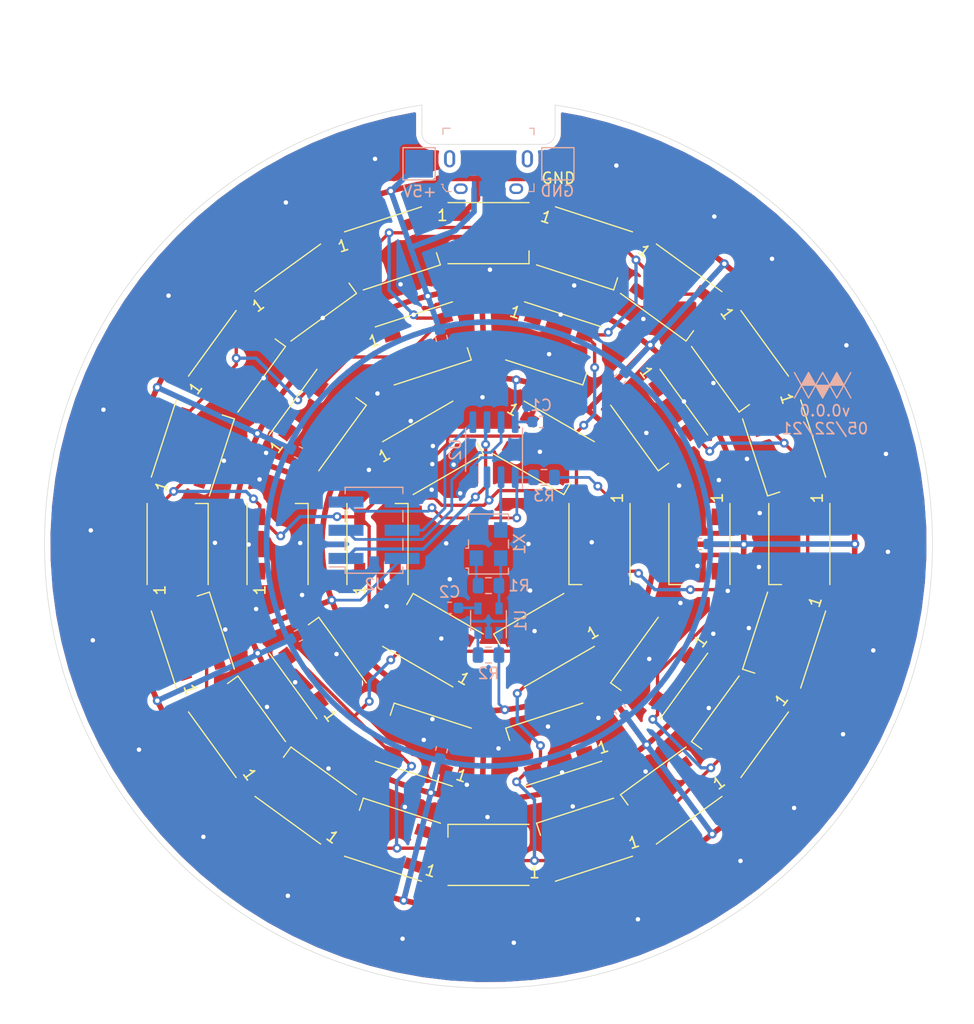
<source format=kicad_pcb>
(kicad_pcb (version 20171130) (host pcbnew "(5.1.6)-1")
  (layers (0 F.Cu signal) (31 B.Cu signal) (34 B.Paste user) (35 F.Paste user) (36 B.SilkS user) (37 F.SilkS user) (38 B.Mask user) (39 F.Mask user) (44 Edge.Cuts user))
  (net 0 "")
  (net 1 GND)
  (net 2 +5V)
  (net 3 +3.3V)
  (net 4 "Net-(R2-Pad1)")
  (net 5 "Net-(R1-Pad1)")
  (net 6 20MHZ)
  (net 7 RESET)
  (net 8 MOSI)
  (net 9 "Net-(C2-Pad1)")
  (net 10 DOUT)
  (net 11 SCK)
  (net 12 MISO)
  (module Oscillator:Oscillator_SMD_TXC_7C-4Pin_5.0x3.2mm (layer B.Cu) (at 100 100 90)
    (fp_text reference X1 (at 0 2.8 90) (layer B.SilkS) (effects (justify mirror)))
    (fp_text value SXO-53C3A071)
    (pad 1 smd rect (at -1.27 -1.1 90) (size 1.4 1.2) (layers B.Cu B.Paste B.Mask) (net 5 "Net-(R1-Pad1)"))
    (pad 2 smd rect (at 1.27 -1.1 90) (size 1.4 1.2) (layers B.Cu B.Paste B.Mask) (net 1 GND))
    (pad 3 smd rect (at 1.27 1.1 90) (size 1.4 1.2) (layers B.Cu B.Paste B.Mask) (net 6 20MHZ))
    (pad 4 smd rect (at -1.27 1.1 90) (size 1.4 1.2) (layers B.Cu B.Paste B.Mask) (net 3 +3.3V))
  )
  (module Package_SO:SOIC-8_3.9x4.9mm_P1.27mm (layer B.Cu) (at 100.5 91.5 90)
    (fp_text reference U2 (at 0 -3.5 90) (layer B.SilkS) (effects (justify mirror)))
    (fp_text value ATtiny13A-SSU)
    (pad 1 smd roundrect (at -2.475 1.905 90) (size 1.95 0.6) (layers B.Cu B.Paste B.Mask) (net 7 RESET))
    (pad 2 smd roundrect (at -2.475 0.635 90) (size 1.95 0.6) (layers B.Cu B.Paste B.Mask) (net 6 20MHZ))
    (pad 3 smd roundrect (at -2.475 -0.635 90) (size 1.95 0.6) (layers B.Cu B.Paste B.Mask) (net 10 DOUT))
    (pad 4 smd roundrect (at -2.475 -1.905 90) (size 1.95 0.6) (layers B.Cu B.Paste B.Mask) (net 1 GND))
    (pad 5 smd roundrect (at 2.475 -1.905 90) (size 1.95 0.6) (layers B.Cu B.Paste B.Mask) (net 8 MOSI))
    (pad 6 smd roundrect (at 2.475 -0.635 90) (size 1.95 0.6) (layers B.Cu B.Paste B.Mask) (net 12 MISO))
    (pad 7 smd roundrect (at 2.475 0.635 90) (size 1.95 0.6) (layers B.Cu B.Paste B.Mask) (net 11 SCK))
    (pad 8 smd roundrect (at 2.475 1.905 90) (size 1.95 0.6) (layers B.Cu B.Paste B.Mask) (net 2 +5V))
  )
  (module Package_TO_SOT_SMD:SOT-23-5 (layer B.Cu) (at 100 106.9 90)
    (fp_text reference U1 (at 0 2.9 90) (layer B.SilkS) (effects (justify mirror)))
    (fp_text value TC2014-3.3VxCTTR)
    (pad 1 smd rect (at -1.1 0.95 90) (size 1.06 0.65) (layers B.Cu B.Paste B.Mask) (net 2 +5V))
    (pad 2 smd rect (at -1.1 0 90) (size 1.06 0.65) (layers B.Cu B.Paste B.Mask) (net 1 GND))
    (pad 3 smd rect (at -1.1 -0.95 90) (size 1.06 0.65) (layers B.Cu B.Paste B.Mask) (net 4 "Net-(R2-Pad1)"))
    (pad 4 smd rect (at 1.1 -0.95 90) (size 1.06 0.65) (layers B.Cu B.Paste B.Mask) (net 9 "Net-(C2-Pad1)"))
    (pad 5 smd rect (at 1.1 0.95 90) (size 1.06 0.65) (layers B.Cu B.Paste B.Mask) (net 3 +3.3V))
  )
  (module Resistor_SMD:R_0805_2012Metric (layer B.Cu) (at 105 94)
    (fp_text reference R3 (at 0 1.65) (layer B.SilkS) (effects (justify mirror)))
    (fp_text value 10kR)
    (pad 1 smd roundrect (at -0.9375 0) (size 0.975 1.4) (layers B.Cu B.Paste B.Mask) (net 7 RESET))
    (pad 2 smd roundrect (at 0.9375 0) (size 0.975 1.4) (layers B.Cu B.Paste B.Mask) (net 2 +5V))
  )
  (module Resistor_SMD:R_0805_2012Metric (layer B.Cu) (at 100 110)
    (fp_text reference R2 (at 0 1.65) (layer B.SilkS) (effects (justify mirror)))
    (fp_text value 10kR)
    (pad 1 smd roundrect (at -0.9375 0) (size 0.975 1.4) (layers B.Cu B.Paste B.Mask) (net 4 "Net-(R2-Pad1)"))
    (pad 2 smd roundrect (at 0.9375 0) (size 0.975 1.4) (layers B.Cu B.Paste B.Mask) (net 2 +5V))
  )
  (module Resistor_SMD:R_0805_2012Metric (layer B.Cu) (at 100 103.75)
    (fp_text reference R1 (at 2.75 0) (layer B.SilkS) (effects (justify mirror)))
    (fp_text value 10kR)
    (pad 1 smd roundrect (at -0.9375 0) (size 0.975 1.4) (layers B.Cu B.Paste B.Mask) (net 5 "Net-(R1-Pad1)"))
    (pad 2 smd roundrect (at 0.9375 0) (size 0.975 1.4) (layers B.Cu B.Paste B.Mask) (net 3 +3.3V))
  )
  (module LED_SMD:LED_WS2812B_PLCC4_5.0x5.0mm_P3.2mm (layer F.Cu) (at 105 91.339745 330)
    (fp_text reference D36 hide)
    (fp_text value WS2812B)
    (fp_text user 1 (at -4.15 -1.6 330) (layer F.SilkS))
    (pad 3 smd rect (at 2.45 1.6 330) (size 1.5 1) (layers F.Cu F.Paste F.Mask) (net 1 GND))
    (pad 4 smd rect (at 2.45 -1.6 330) (size 1.5 1) (layers F.Cu F.Paste F.Mask) (net 10 DOUT))
    (pad 2 smd rect (at -2.45 1.6 330) (size 1.5 1) (layers F.Cu F.Paste F.Mask))
    (pad 1 smd rect (at -2.45 -1.6 330) (size 1.5 1) (layers F.Cu F.Paste F.Mask) (net 2 +5V))
  )
  (module LED_SMD:LED_WS2812B_PLCC4_5.0x5.0mm_P3.2mm (layer F.Cu) (at 95 91.339745 30)
    (fp_text reference D35 hide)
    (fp_text value WS2812B)
    (fp_text user 1 (at -4.15 -1.6 30) (layer F.SilkS))
    (pad 3 smd rect (at 2.45 1.6 30) (size 1.5 1) (layers F.Cu F.Paste F.Mask) (net 1 GND))
    (pad 4 smd rect (at 2.45 -1.6 30) (size 1.5 1) (layers F.Cu F.Paste F.Mask) (net 10 DOUT))
    (pad 2 smd rect (at -2.45 1.6 30) (size 1.5 1) (layers F.Cu F.Paste F.Mask))
    (pad 1 smd rect (at -2.45 -1.6 30) (size 1.5 1) (layers F.Cu F.Paste F.Mask) (net 2 +5V))
  )
  (module LED_SMD:LED_WS2812B_PLCC4_5.0x5.0mm_P3.2mm (layer F.Cu) (at 90 100 90)
    (fp_text reference D34 hide)
    (fp_text value WS2812B)
    (fp_text user 1 (at -4.15 -1.6 90) (layer F.SilkS))
    (pad 3 smd rect (at 2.45 1.6 90) (size 1.5 1) (layers F.Cu F.Paste F.Mask) (net 1 GND))
    (pad 4 smd rect (at 2.45 -1.6 90) (size 1.5 1) (layers F.Cu F.Paste F.Mask) (net 10 DOUT))
    (pad 2 smd rect (at -2.45 1.6 90) (size 1.5 1) (layers F.Cu F.Paste F.Mask))
    (pad 1 smd rect (at -2.45 -1.6 90) (size 1.5 1) (layers F.Cu F.Paste F.Mask) (net 2 +5V))
  )
  (module LED_SMD:LED_WS2812B_PLCC4_5.0x5.0mm_P3.2mm (layer F.Cu) (at 95 108.660254 150)
    (fp_text reference D33 hide)
    (fp_text value WS2812B)
    (fp_text user 1 (at -4.15 -1.6 150) (layer F.SilkS))
    (pad 3 smd rect (at 2.45 1.6 150) (size 1.5 1) (layers F.Cu F.Paste F.Mask) (net 1 GND))
    (pad 4 smd rect (at 2.45 -1.6 150) (size 1.5 1) (layers F.Cu F.Paste F.Mask) (net 10 DOUT))
    (pad 2 smd rect (at -2.45 1.6 150) (size 1.5 1) (layers F.Cu F.Paste F.Mask))
    (pad 1 smd rect (at -2.45 -1.6 150) (size 1.5 1) (layers F.Cu F.Paste F.Mask) (net 2 +5V))
  )
  (module LED_SMD:LED_WS2812B_PLCC4_5.0x5.0mm_P3.2mm (layer F.Cu) (at 105 108.660254 210)
    (fp_text reference D32 hide)
    (fp_text value WS2812B)
    (fp_text user 1 (at -4.15 -1.6 210) (layer F.SilkS))
    (pad 3 smd rect (at 2.45 1.6 210) (size 1.5 1) (layers F.Cu F.Paste F.Mask) (net 1 GND))
    (pad 4 smd rect (at 2.45 -1.6 210) (size 1.5 1) (layers F.Cu F.Paste F.Mask) (net 10 DOUT))
    (pad 2 smd rect (at -2.45 1.6 210) (size 1.5 1) (layers F.Cu F.Paste F.Mask))
    (pad 1 smd rect (at -2.45 -1.6 210) (size 1.5 1) (layers F.Cu F.Paste F.Mask) (net 2 +5V))
  )
  (module LED_SMD:LED_WS2812B_PLCC4_5.0x5.0mm_P3.2mm (layer F.Cu) (at 110 100 270)
    (fp_text reference D31 hide)
    (fp_text value WS2812B)
    (fp_text user 1 (at -4.15 -1.6 270) (layer F.SilkS))
    (pad 3 smd rect (at 2.45 1.6 270) (size 1.5 1) (layers F.Cu F.Paste F.Mask) (net 1 GND))
    (pad 4 smd rect (at 2.45 -1.6 270) (size 1.5 1) (layers F.Cu F.Paste F.Mask) (net 10 DOUT))
    (pad 2 smd rect (at -2.45 1.6 270) (size 1.5 1) (layers F.Cu F.Paste F.Mask))
    (pad 1 smd rect (at -2.45 -1.6 270) (size 1.5 1) (layers F.Cu F.Paste F.Mask) (net 2 +5V))
  )
  (module LED_SMD:LED_WS2812B_PLCC4_5.0x5.0mm_P3.2mm (layer F.Cu) (at 115.371322 88.83208 306)
    (fp_text reference D30 hide)
    (fp_text value WS2812B)
    (fp_text user 1 (at -4.15 -1.6 306) (layer F.SilkS))
    (pad 3 smd rect (at 2.45 1.6 306) (size 1.5 1) (layers F.Cu F.Paste F.Mask) (net 1 GND))
    (pad 4 smd rect (at 2.45 -1.6 306) (size 1.5 1) (layers F.Cu F.Paste F.Mask) (net 10 DOUT))
    (pad 2 smd rect (at -2.45 1.6 306) (size 1.5 1) (layers F.Cu F.Paste F.Mask))
    (pad 1 smd rect (at -2.45 -1.6 306) (size 1.5 1) (layers F.Cu F.Paste F.Mask) (net 2 +5V))
  )
  (module LED_SMD:LED_WS2812B_PLCC4_5.0x5.0mm_P3.2mm (layer F.Cu) (at 105.871322 81.929926 342)
    (fp_text reference D29 hide)
    (fp_text value WS2812B)
    (fp_text user 1 (at -4.15 -1.6 342) (layer F.SilkS))
    (pad 3 smd rect (at 2.45 1.6 342) (size 1.5 1) (layers F.Cu F.Paste F.Mask) (net 1 GND))
    (pad 4 smd rect (at 2.45 -1.6 342) (size 1.5 1) (layers F.Cu F.Paste F.Mask) (net 10 DOUT))
    (pad 2 smd rect (at -2.45 1.6 342) (size 1.5 1) (layers F.Cu F.Paste F.Mask))
    (pad 1 smd rect (at -2.45 -1.6 342) (size 1.5 1) (layers F.Cu F.Paste F.Mask) (net 2 +5V))
  )
  (module LED_SMD:LED_WS2812B_PLCC4_5.0x5.0mm_P3.2mm (layer F.Cu) (at 94.128677 81.929926 18)
    (fp_text reference D28 hide)
    (fp_text value WS2812B)
    (fp_text user 1 (at -4.15 -1.6 18) (layer F.SilkS))
    (pad 3 smd rect (at 2.45 1.6 18) (size 1.5 1) (layers F.Cu F.Paste F.Mask) (net 1 GND))
    (pad 4 smd rect (at 2.45 -1.6 18) (size 1.5 1) (layers F.Cu F.Paste F.Mask) (net 10 DOUT))
    (pad 2 smd rect (at -2.45 1.6 18) (size 1.5 1) (layers F.Cu F.Paste F.Mask))
    (pad 1 smd rect (at -2.45 -1.6 18) (size 1.5 1) (layers F.Cu F.Paste F.Mask) (net 2 +5V))
  )
  (module LED_SMD:LED_WS2812B_PLCC4_5.0x5.0mm_P3.2mm (layer F.Cu) (at 84.628677 88.83208 54)
    (fp_text reference D27 hide)
    (fp_text value WS2812B)
    (fp_text user 1 (at -4.15 -1.6 54) (layer F.SilkS))
    (pad 3 smd rect (at 2.45 1.6 54) (size 1.5 1) (layers F.Cu F.Paste F.Mask) (net 1 GND))
    (pad 4 smd rect (at 2.45 -1.6 54) (size 1.5 1) (layers F.Cu F.Paste F.Mask) (net 10 DOUT))
    (pad 2 smd rect (at -2.45 1.6 54) (size 1.5 1) (layers F.Cu F.Paste F.Mask))
    (pad 1 smd rect (at -2.45 -1.6 54) (size 1.5 1) (layers F.Cu F.Paste F.Mask) (net 2 +5V))
  )
  (module LED_SMD:LED_WS2812B_PLCC4_5.0x5.0mm_P3.2mm (layer F.Cu) (at 81 100 90)
    (fp_text reference D26 hide)
    (fp_text value WS2812B)
    (fp_text user 1 (at -4.15 -1.6 90) (layer F.SilkS))
    (pad 3 smd rect (at 2.45 1.6 90) (size 1.5 1) (layers F.Cu F.Paste F.Mask) (net 1 GND))
    (pad 4 smd rect (at 2.45 -1.6 90) (size 1.5 1) (layers F.Cu F.Paste F.Mask) (net 10 DOUT))
    (pad 2 smd rect (at -2.45 1.6 90) (size 1.5 1) (layers F.Cu F.Paste F.Mask))
    (pad 1 smd rect (at -2.45 -1.6 90) (size 1.5 1) (layers F.Cu F.Paste F.Mask) (net 2 +5V))
  )
  (module LED_SMD:LED_WS2812B_PLCC4_5.0x5.0mm_P3.2mm (layer F.Cu) (at 84.628677 111.167919 126)
    (fp_text reference D25 hide)
    (fp_text value WS2812B)
    (fp_text user 1 (at -4.15 -1.6 126) (layer F.SilkS))
    (pad 3 smd rect (at 2.45 1.6 126) (size 1.5 1) (layers F.Cu F.Paste F.Mask) (net 1 GND))
    (pad 4 smd rect (at 2.45 -1.6 126) (size 1.5 1) (layers F.Cu F.Paste F.Mask) (net 10 DOUT))
    (pad 2 smd rect (at -2.45 1.6 126) (size 1.5 1) (layers F.Cu F.Paste F.Mask))
    (pad 1 smd rect (at -2.45 -1.6 126) (size 1.5 1) (layers F.Cu F.Paste F.Mask) (net 2 +5V))
  )
  (module LED_SMD:LED_WS2812B_PLCC4_5.0x5.0mm_P3.2mm (layer F.Cu) (at 94.128677 118.070073 162)
    (fp_text reference D24 hide)
    (fp_text value WS2812B)
    (fp_text user 1 (at -4.15 -1.6 162) (layer F.SilkS))
    (pad 3 smd rect (at 2.45 1.6 162) (size 1.5 1) (layers F.Cu F.Paste F.Mask) (net 1 GND))
    (pad 4 smd rect (at 2.45 -1.6 162) (size 1.5 1) (layers F.Cu F.Paste F.Mask) (net 10 DOUT))
    (pad 2 smd rect (at -2.45 1.6 162) (size 1.5 1) (layers F.Cu F.Paste F.Mask))
    (pad 1 smd rect (at -2.45 -1.6 162) (size 1.5 1) (layers F.Cu F.Paste F.Mask) (net 2 +5V))
  )
  (module LED_SMD:LED_WS2812B_PLCC4_5.0x5.0mm_P3.2mm (layer F.Cu) (at 105.871322 118.070073 198)
    (fp_text reference D23 hide)
    (fp_text value WS2812B)
    (fp_text user 1 (at -4.15 -1.6 198) (layer F.SilkS))
    (pad 3 smd rect (at 2.45 1.6 198) (size 1.5 1) (layers F.Cu F.Paste F.Mask) (net 1 GND))
    (pad 4 smd rect (at 2.45 -1.6 198) (size 1.5 1) (layers F.Cu F.Paste F.Mask) (net 10 DOUT))
    (pad 2 smd rect (at -2.45 1.6 198) (size 1.5 1) (layers F.Cu F.Paste F.Mask))
    (pad 1 smd rect (at -2.45 -1.6 198) (size 1.5 1) (layers F.Cu F.Paste F.Mask) (net 2 +5V))
  )
  (module LED_SMD:LED_WS2812B_PLCC4_5.0x5.0mm_P3.2mm (layer F.Cu) (at 115.371322 111.167919 234)
    (fp_text reference D22 hide)
    (fp_text value WS2812B)
    (fp_text user 1 (at -4.15 -1.6 234) (layer F.SilkS))
    (pad 3 smd rect (at 2.45 1.6 234) (size 1.5 1) (layers F.Cu F.Paste F.Mask) (net 1 GND))
    (pad 4 smd rect (at 2.45 -1.6 234) (size 1.5 1) (layers F.Cu F.Paste F.Mask) (net 10 DOUT))
    (pad 2 smd rect (at -2.45 1.6 234) (size 1.5 1) (layers F.Cu F.Paste F.Mask))
    (pad 1 smd rect (at -2.45 -1.6 234) (size 1.5 1) (layers F.Cu F.Paste F.Mask) (net 2 +5V))
  )
  (module LED_SMD:LED_WS2812B_PLCC4_5.0x5.0mm_P3.2mm (layer F.Cu) (at 119 100 270)
    (fp_text reference D21 hide)
    (fp_text value WS2812B)
    (fp_text user 1 (at -4.15 -1.6 270) (layer F.SilkS))
    (pad 3 smd rect (at 2.45 1.6 270) (size 1.5 1) (layers F.Cu F.Paste F.Mask) (net 1 GND))
    (pad 4 smd rect (at 2.45 -1.6 270) (size 1.5 1) (layers F.Cu F.Paste F.Mask) (net 10 DOUT))
    (pad 2 smd rect (at -2.45 1.6 270) (size 1.5 1) (layers F.Cu F.Paste F.Mask))
    (pad 1 smd rect (at -2.45 -1.6 270) (size 1.5 1) (layers F.Cu F.Paste F.Mask) (net 2 +5V))
  )
  (module LED_SMD:LED_WS2812B_PLCC4_5.0x5.0mm_P3.2mm (layer F.Cu) (at 126.629582 91.347524 288)
    (fp_text reference D20 hide)
    (fp_text value WS2812B)
    (fp_text user 1 (at -4.15 -1.6 288) (layer F.SilkS))
    (pad 3 smd rect (at 2.45 1.6 288) (size 1.5 1) (layers F.Cu F.Paste F.Mask) (net 1 GND))
    (pad 4 smd rect (at 2.45 -1.6 288) (size 1.5 1) (layers F.Cu F.Paste F.Mask) (net 10 DOUT))
    (pad 2 smd rect (at -2.45 1.6 288) (size 1.5 1) (layers F.Cu F.Paste F.Mask))
    (pad 1 smd rect (at -2.45 -1.6 288) (size 1.5 1) (layers F.Cu F.Paste F.Mask) (net 2 +5V))
  )
  (module LED_SMD:LED_WS2812B_PLCC4_5.0x5.0mm_P3.2mm (layer F.Cu) (at 122.652475 83.542012 306)
    (fp_text reference D19 hide)
    (fp_text value WS2812B)
    (fp_text user 1 (at -4.15 -1.6 306) (layer F.SilkS))
    (pad 3 smd rect (at 2.45 1.6 306) (size 1.5 1) (layers F.Cu F.Paste F.Mask) (net 1 GND))
    (pad 4 smd rect (at 2.45 -1.6 306) (size 1.5 1) (layers F.Cu F.Paste F.Mask) (net 10 DOUT))
    (pad 2 smd rect (at -2.45 1.6 306) (size 1.5 1) (layers F.Cu F.Paste F.Mask))
    (pad 1 smd rect (at -2.45 -1.6 306) (size 1.5 1) (layers F.Cu F.Paste F.Mask) (net 2 +5V))
  )
  (module LED_SMD:LED_WS2812B_PLCC4_5.0x5.0mm_P3.2mm (layer F.Cu) (at 116.457987 77.347524 324)
    (fp_text reference D18 hide)
    (fp_text value WS2812B)
    (fp_text user 1 (at -4.15 -1.6 324) (layer F.SilkS))
    (pad 3 smd rect (at 2.45 1.6 324) (size 1.5 1) (layers F.Cu F.Paste F.Mask) (net 1 GND))
    (pad 4 smd rect (at 2.45 -1.6 324) (size 1.5 1) (layers F.Cu F.Paste F.Mask) (net 10 DOUT))
    (pad 2 smd rect (at -2.45 1.6 324) (size 1.5 1) (layers F.Cu F.Paste F.Mask))
    (pad 1 smd rect (at -2.45 -1.6 324) (size 1.5 1) (layers F.Cu F.Paste F.Mask) (net 2 +5V))
  )
  (module LED_SMD:LED_WS2812B_PLCC4_5.0x5.0mm_P3.2mm (layer F.Cu) (at 108.652475 73.370417 342)
    (fp_text reference D17 hide)
    (fp_text value WS2812B)
    (fp_text user 1 (at -4.15 -1.6 342) (layer F.SilkS))
    (pad 3 smd rect (at 2.45 1.6 342) (size 1.5 1) (layers F.Cu F.Paste F.Mask) (net 1 GND))
    (pad 4 smd rect (at 2.45 -1.6 342) (size 1.5 1) (layers F.Cu F.Paste F.Mask) (net 10 DOUT))
    (pad 2 smd rect (at -2.45 1.6 342) (size 1.5 1) (layers F.Cu F.Paste F.Mask))
    (pad 1 smd rect (at -2.45 -1.6 342) (size 1.5 1) (layers F.Cu F.Paste F.Mask) (net 2 +5V))
  )
  (module LED_SMD:LED_WS2812B_PLCC4_5.0x5.0mm_P3.2mm (layer F.Cu) (at 100 72)
    (fp_text reference D16 hide)
    (fp_text value WS2812B)
    (fp_text user 1 (at -4.15 -1.6) (layer F.SilkS))
    (pad 3 smd rect (at 2.45 1.6) (size 1.5 1) (layers F.Cu F.Paste F.Mask) (net 1 GND))
    (pad 4 smd rect (at 2.45 -1.6) (size 1.5 1) (layers F.Cu F.Paste F.Mask) (net 10 DOUT))
    (pad 2 smd rect (at -2.45 1.6) (size 1.5 1) (layers F.Cu F.Paste F.Mask))
    (pad 1 smd rect (at -2.45 -1.6) (size 1.5 1) (layers F.Cu F.Paste F.Mask) (net 2 +5V))
  )
  (module LED_SMD:LED_WS2812B_PLCC4_5.0x5.0mm_P3.2mm (layer F.Cu) (at 91.347524 73.370417 18)
    (fp_text reference D15 hide)
    (fp_text value WS2812B)
    (fp_text user 1 (at -4.15 -1.6 18) (layer F.SilkS))
    (pad 3 smd rect (at 2.45 1.6 18) (size 1.5 1) (layers F.Cu F.Paste F.Mask) (net 1 GND))
    (pad 4 smd rect (at 2.45 -1.6 18) (size 1.5 1) (layers F.Cu F.Paste F.Mask) (net 10 DOUT))
    (pad 2 smd rect (at -2.45 1.6 18) (size 1.5 1) (layers F.Cu F.Paste F.Mask))
    (pad 1 smd rect (at -2.45 -1.6 18) (size 1.5 1) (layers F.Cu F.Paste F.Mask) (net 2 +5V))
  )
  (module LED_SMD:LED_WS2812B_PLCC4_5.0x5.0mm_P3.2mm (layer F.Cu) (at 83.542012 77.347524 36)
    (fp_text reference D14 hide)
    (fp_text value WS2812B)
    (fp_text user 1 (at -4.15 -1.6 36) (layer F.SilkS))
    (pad 3 smd rect (at 2.45 1.6 36) (size 1.5 1) (layers F.Cu F.Paste F.Mask) (net 1 GND))
    (pad 4 smd rect (at 2.45 -1.6 36) (size 1.5 1) (layers F.Cu F.Paste F.Mask) (net 10 DOUT))
    (pad 2 smd rect (at -2.45 1.6 36) (size 1.5 1) (layers F.Cu F.Paste F.Mask))
    (pad 1 smd rect (at -2.45 -1.6 36) (size 1.5 1) (layers F.Cu F.Paste F.Mask) (net 2 +5V))
  )
  (module LED_SMD:LED_WS2812B_PLCC4_5.0x5.0mm_P3.2mm (layer F.Cu) (at 77.347524 83.542012 54)
    (fp_text reference D13 hide)
    (fp_text value WS2812B)
    (fp_text user 1 (at -4.15 -1.6 54) (layer F.SilkS))
    (pad 3 smd rect (at 2.45 1.6 54) (size 1.5 1) (layers F.Cu F.Paste F.Mask) (net 1 GND))
    (pad 4 smd rect (at 2.45 -1.6 54) (size 1.5 1) (layers F.Cu F.Paste F.Mask) (net 10 DOUT))
    (pad 2 smd rect (at -2.45 1.6 54) (size 1.5 1) (layers F.Cu F.Paste F.Mask))
    (pad 1 smd rect (at -2.45 -1.6 54) (size 1.5 1) (layers F.Cu F.Paste F.Mask) (net 2 +5V))
  )
  (module LED_SMD:LED_WS2812B_PLCC4_5.0x5.0mm_P3.2mm (layer F.Cu) (at 73.370417 91.347524 72)
    (fp_text reference D12 hide)
    (fp_text value WS2812B)
    (fp_text user 1 (at -4.15 -1.6 72) (layer F.SilkS))
    (pad 3 smd rect (at 2.45 1.6 72) (size 1.5 1) (layers F.Cu F.Paste F.Mask) (net 1 GND))
    (pad 4 smd rect (at 2.45 -1.6 72) (size 1.5 1) (layers F.Cu F.Paste F.Mask) (net 10 DOUT))
    (pad 2 smd rect (at -2.45 1.6 72) (size 1.5 1) (layers F.Cu F.Paste F.Mask))
    (pad 1 smd rect (at -2.45 -1.6 72) (size 1.5 1) (layers F.Cu F.Paste F.Mask) (net 2 +5V))
  )
  (module LED_SMD:LED_WS2812B_PLCC4_5.0x5.0mm_P3.2mm (layer F.Cu) (at 72 100 90)
    (fp_text reference D11 hide)
    (fp_text value WS2812B)
    (fp_text user 1 (at -4.15 -1.6 90) (layer F.SilkS))
    (pad 3 smd rect (at 2.45 1.6 90) (size 1.5 1) (layers F.Cu F.Paste F.Mask) (net 1 GND))
    (pad 4 smd rect (at 2.45 -1.6 90) (size 1.5 1) (layers F.Cu F.Paste F.Mask) (net 10 DOUT))
    (pad 2 smd rect (at -2.45 1.6 90) (size 1.5 1) (layers F.Cu F.Paste F.Mask))
    (pad 1 smd rect (at -2.45 -1.6 90) (size 1.5 1) (layers F.Cu F.Paste F.Mask) (net 2 +5V))
  )
  (module LED_SMD:LED_WS2812B_PLCC4_5.0x5.0mm_P3.2mm (layer F.Cu) (at 73.370417 108.652475 108)
    (fp_text reference D10 hide)
    (fp_text value WS2812B)
    (fp_text user 1 (at -4.15 -1.6 108) (layer F.SilkS))
    (pad 3 smd rect (at 2.45 1.6 108) (size 1.5 1) (layers F.Cu F.Paste F.Mask) (net 1 GND))
    (pad 4 smd rect (at 2.45 -1.6 108) (size 1.5 1) (layers F.Cu F.Paste F.Mask) (net 10 DOUT))
    (pad 2 smd rect (at -2.45 1.6 108) (size 1.5 1) (layers F.Cu F.Paste F.Mask))
    (pad 1 smd rect (at -2.45 -1.6 108) (size 1.5 1) (layers F.Cu F.Paste F.Mask) (net 2 +5V))
  )
  (module LED_SMD:LED_WS2812B_PLCC4_5.0x5.0mm_P3.2mm (layer F.Cu) (at 77.347524 116.457987 126)
    (fp_text reference D9 hide)
    (fp_text value WS2812B)
    (fp_text user 1 (at -4.15 -1.6 126) (layer F.SilkS))
    (pad 3 smd rect (at 2.45 1.6 126) (size 1.5 1) (layers F.Cu F.Paste F.Mask) (net 1 GND))
    (pad 4 smd rect (at 2.45 -1.6 126) (size 1.5 1) (layers F.Cu F.Paste F.Mask) (net 10 DOUT))
    (pad 2 smd rect (at -2.45 1.6 126) (size 1.5 1) (layers F.Cu F.Paste F.Mask))
    (pad 1 smd rect (at -2.45 -1.6 126) (size 1.5 1) (layers F.Cu F.Paste F.Mask) (net 2 +5V))
  )
  (module LED_SMD:LED_WS2812B_PLCC4_5.0x5.0mm_P3.2mm (layer F.Cu) (at 83.542012 122.652475 144)
    (fp_text reference D8 hide)
    (fp_text value WS2812B)
    (fp_text user 1 (at -4.15 -1.6 144) (layer F.SilkS))
    (pad 3 smd rect (at 2.45 1.6 144) (size 1.5 1) (layers F.Cu F.Paste F.Mask) (net 1 GND))
    (pad 4 smd rect (at 2.45 -1.6 144) (size 1.5 1) (layers F.Cu F.Paste F.Mask) (net 10 DOUT))
    (pad 2 smd rect (at -2.45 1.6 144) (size 1.5 1) (layers F.Cu F.Paste F.Mask))
    (pad 1 smd rect (at -2.45 -1.6 144) (size 1.5 1) (layers F.Cu F.Paste F.Mask) (net 2 +5V))
  )
  (module LED_SMD:LED_WS2812B_PLCC4_5.0x5.0mm_P3.2mm (layer F.Cu) (at 91.347524 126.629582 162)
    (fp_text reference D7 hide)
    (fp_text value WS2812B)
    (fp_text user 1 (at -4.15 -1.6 162) (layer F.SilkS))
    (pad 3 smd rect (at 2.45 1.6 162) (size 1.5 1) (layers F.Cu F.Paste F.Mask) (net 1 GND))
    (pad 4 smd rect (at 2.45 -1.6 162) (size 1.5 1) (layers F.Cu F.Paste F.Mask) (net 10 DOUT))
    (pad 2 smd rect (at -2.45 1.6 162) (size 1.5 1) (layers F.Cu F.Paste F.Mask))
    (pad 1 smd rect (at -2.45 -1.6 162) (size 1.5 1) (layers F.Cu F.Paste F.Mask) (net 2 +5V))
  )
  (module LED_SMD:LED_WS2812B_PLCC4_5.0x5.0mm_P3.2mm (layer F.Cu) (at 100 128 180)
    (fp_text reference D6 hide)
    (fp_text value WS2812B)
    (fp_text user 1 (at -4.15 -1.6 180) (layer F.SilkS))
    (pad 3 smd rect (at 2.45 1.6 180) (size 1.5 1) (layers F.Cu F.Paste F.Mask) (net 1 GND))
    (pad 4 smd rect (at 2.45 -1.6 180) (size 1.5 1) (layers F.Cu F.Paste F.Mask) (net 10 DOUT))
    (pad 2 smd rect (at -2.45 1.6 180) (size 1.5 1) (layers F.Cu F.Paste F.Mask))
    (pad 1 smd rect (at -2.45 -1.6 180) (size 1.5 1) (layers F.Cu F.Paste F.Mask) (net 2 +5V))
  )
  (module LED_SMD:LED_WS2812B_PLCC4_5.0x5.0mm_P3.2mm (layer F.Cu) (at 108.652475 126.629582 198)
    (fp_text reference D5 hide)
    (fp_text value WS2812B)
    (fp_text user 1 (at -4.15 -1.6 198) (layer F.SilkS))
    (pad 3 smd rect (at 2.45 1.6 198) (size 1.5 1) (layers F.Cu F.Paste F.Mask) (net 1 GND))
    (pad 4 smd rect (at 2.45 -1.6 198) (size 1.5 1) (layers F.Cu F.Paste F.Mask) (net 10 DOUT))
    (pad 2 smd rect (at -2.45 1.6 198) (size 1.5 1) (layers F.Cu F.Paste F.Mask))
    (pad 1 smd rect (at -2.45 -1.6 198) (size 1.5 1) (layers F.Cu F.Paste F.Mask) (net 2 +5V))
  )
  (module LED_SMD:LED_WS2812B_PLCC4_5.0x5.0mm_P3.2mm (layer F.Cu) (at 116.457987 122.652475 216)
    (fp_text reference D4 hide)
    (fp_text value WS2812B)
    (fp_text user 1 (at -4.15 -1.6 216) (layer F.SilkS))
    (pad 3 smd rect (at 2.45 1.6 216) (size 1.5 1) (layers F.Cu F.Paste F.Mask) (net 1 GND))
    (pad 4 smd rect (at 2.45 -1.6 216) (size 1.5 1) (layers F.Cu F.Paste F.Mask) (net 10 DOUT))
    (pad 2 smd rect (at -2.45 1.6 216) (size 1.5 1) (layers F.Cu F.Paste F.Mask))
    (pad 1 smd rect (at -2.45 -1.6 216) (size 1.5 1) (layers F.Cu F.Paste F.Mask) (net 2 +5V))
  )
  (module LED_SMD:LED_WS2812B_PLCC4_5.0x5.0mm_P3.2mm (layer F.Cu) (at 122.652475 116.457987 234)
    (fp_text reference D3 hide)
    (fp_text value WS2812B)
    (fp_text user 1 (at -4.15 -1.6 234) (layer F.SilkS))
    (pad 3 smd rect (at 2.45 1.6 234) (size 1.5 1) (layers F.Cu F.Paste F.Mask) (net 1 GND))
    (pad 4 smd rect (at 2.45 -1.6 234) (size 1.5 1) (layers F.Cu F.Paste F.Mask) (net 10 DOUT))
    (pad 2 smd rect (at -2.45 1.6 234) (size 1.5 1) (layers F.Cu F.Paste F.Mask))
    (pad 1 smd rect (at -2.45 -1.6 234) (size 1.5 1) (layers F.Cu F.Paste F.Mask) (net 2 +5V))
  )
  (module LED_SMD:LED_WS2812B_PLCC4_5.0x5.0mm_P3.2mm (layer F.Cu) (at 126.629582 108.652475 252)
    (fp_text reference D2 hide)
    (fp_text value WS2812B)
    (fp_text user 1 (at -4.15 -1.6 252) (layer F.SilkS))
    (pad 3 smd rect (at 2.45 1.6 252) (size 1.5 1) (layers F.Cu F.Paste F.Mask) (net 1 GND))
    (pad 4 smd rect (at 2.45 -1.6 252) (size 1.5 1) (layers F.Cu F.Paste F.Mask) (net 10 DOUT))
    (pad 2 smd rect (at -2.45 1.6 252) (size 1.5 1) (layers F.Cu F.Paste F.Mask))
    (pad 1 smd rect (at -2.45 -1.6 252) (size 1.5 1) (layers F.Cu F.Paste F.Mask) (net 2 +5V))
  )
  (module LED_SMD:LED_WS2812B_PLCC4_5.0x5.0mm_P3.2mm (layer F.Cu) (at 128 100 270)
    (fp_text reference D1 hide)
    (fp_text value WS2812B)
    (fp_text user 1 (at -4.15 -1.6 270) (layer F.SilkS))
    (pad 3 smd rect (at 2.45 1.6 270) (size 1.5 1) (layers F.Cu F.Paste F.Mask) (net 1 GND))
    (pad 4 smd rect (at 2.45 -1.6 270) (size 1.5 1) (layers F.Cu F.Paste F.Mask) (net 10 DOUT))
    (pad 2 smd rect (at -2.45 1.6 270) (size 1.5 1) (layers F.Cu F.Paste F.Mask))
    (pad 1 smd rect (at -2.45 -1.6 270) (size 1.5 1) (layers F.Cu F.Paste F.Mask) (net 2 +5V))
  )
  (module Capacitor_SMD:C_0603_1608Metric (layer B.Cu) (at 111.846306 85.145201 231.4285714)
    (fp_text reference C9 hide)
    (fp_text value C_Small)
    (pad 1 smd roundrect (at -0.7875 0 231.4285714) (size 0.875 0.95) (layers B.Cu B.Paste B.Mask) (net 2 +5V))
    (pad 2 smd roundrect (at 0.7875 0 231.4285714) (size 0.875 0.95) (layers B.Cu B.Paste B.Mask) (net 1 GND))
  )
  (module Capacitor_SMD:C_0603_1608Metric (layer B.Cu) (at 95.772102 81.476369 282.8571429)
    (fp_text reference C8 hide)
    (fp_text value C_Small)
    (pad 1 smd roundrect (at -0.7875 0 282.8571429) (size 0.875 0.95) (layers B.Cu B.Paste B.Mask) (net 2 +5V))
    (pad 2 smd roundrect (at 0.7875 0 282.8571429) (size 0.875 0.95) (layers B.Cu B.Paste B.Mask) (net 1 GND))
  )
  (module Capacitor_SMD:C_0603_1608Metric (layer B.Cu) (at 82.881591 91.756208 334.2857143)
    (fp_text reference C7 hide)
    (fp_text value C_Small)
    (pad 1 smd roundrect (at -0.7875 0 334.2857143) (size 0.875 0.95) (layers B.Cu B.Paste B.Mask) (net 2 +5V))
    (pad 2 smd roundrect (at 0.7875 0 334.2857143) (size 0.875 0.95) (layers B.Cu B.Paste B.Mask) (net 1 GND))
  )
  (module Capacitor_SMD:C_0603_1608Metric (layer B.Cu) (at 82.881591 108.243791 25.71428571)
    (fp_text reference C6 hide)
    (fp_text value C_Small)
    (pad 1 smd roundrect (at -0.7875 0 25.71428571) (size 0.875 0.95) (layers B.Cu B.Paste B.Mask) (net 2 +5V))
    (pad 2 smd roundrect (at 0.7875 0 25.71428571) (size 0.875 0.95) (layers B.Cu B.Paste B.Mask) (net 1 GND))
  )
  (module Capacitor_SMD:C_0603_1608Metric (layer B.Cu) (at 95.772102 118.52363 77.14285714)
    (fp_text reference C5 hide)
    (fp_text value C_Small)
    (pad 1 smd roundrect (at -0.7875 0 77.14285714) (size 0.875 0.95) (layers B.Cu B.Paste B.Mask) (net 2 +5V))
    (pad 2 smd roundrect (at 0.7875 0 77.14285714) (size 0.875 0.95) (layers B.Cu B.Paste B.Mask) (net 1 GND))
  )
  (module Capacitor_SMD:C_0603_1608Metric (layer B.Cu) (at 111.846306 114.854798 128.5714286)
    (fp_text reference C4 hide)
    (fp_text value C_Small)
    (pad 1 smd roundrect (at -0.7875 0 128.5714286) (size 0.875 0.95) (layers B.Cu B.Paste B.Mask) (net 2 +5V))
    (pad 2 smd roundrect (at 0.7875 0 128.5714286) (size 0.875 0.95) (layers B.Cu B.Paste B.Mask) (net 1 GND))
  )
  (module Capacitor_SMD:C_0603_1608Metric (layer B.Cu) (at 119 100 180)
    (fp_text reference C3 hide)
    (fp_text value 10kpF)
    (pad 1 smd roundrect (at -0.7875 0 180) (size 0.875 0.95) (layers B.Cu B.Paste B.Mask) (net 2 +5V))
    (pad 2 smd roundrect (at 0.7875 0 180) (size 0.875 0.95) (layers B.Cu B.Paste B.Mask) (net 1 GND))
  )
  (module Capacitor_SMD:C_0603_1608Metric (layer B.Cu) (at 96.5 105.75 180)
    (fp_text reference C2 (at 0 1.43) (layer B.SilkS) (effects (justify mirror)))
    (fp_text value 10kpF)
    (pad 1 smd roundrect (at -0.7875 0 180) (size 0.875 0.95) (layers B.Cu B.Paste B.Mask) (net 9 "Net-(C2-Pad1)"))
    (pad 2 smd roundrect (at 0.7875 0 180) (size 0.875 0.95) (layers B.Cu B.Paste B.Mask) (net 1 GND))
  )
  (module Capacitor_SMD:C_0603_1608Metric (layer B.Cu) (at 104.75 89)
    (fp_text reference C1 (at 0 -1.5) (layer B.SilkS) (effects (justify mirror)))
    (fp_text value 10kpF)
    (pad 1 smd roundrect (at -0.7875 0) (size 0.875 0.95) (layers B.Cu B.Paste B.Mask) (net 2 +5V))
    (pad 2 smd roundrect (at 0.7875 0) (size 0.875 0.95) (layers B.Cu B.Paste B.Mask) (net 1 GND))
  )
  (module digikey-footprints:Test_Point_2.67x1.02mm (layer F.Cu) (at 106.3 65.6)
    (fp_text reference GND (at 0 1.45) (layer F.SilkS))
    (fp_text value Test_Point_2.67x1.02mm)
    (pad 1 smd rect (at 0 0) (size 2.67 1.02) (layers F.Cu F.Paste F.Mask) (net 1 GND))
  )
  (module Connector_PinHeader_2.54mm:PinHeader_2x03_P2.54mm_Vertical_SMD (layer B.Cu) (at 89.69 98.76)
    (fp_text reference J2 (at 0 4.87) (layer B.SilkS) (effects (justify mirror)))
    (fp_text value AVR-ISP-6)
    (pad 1 smd rect (at -2.525 2.54) (size 3.15 1) (layers B.Cu B.Paste B.Mask) (net 12 MISO))
    (pad 2 smd rect (at 2.525 2.54) (size 3.15 1) (layers B.Cu B.Paste B.Mask) (net 2 +5V))
    (pad 3 smd rect (at -2.525 0) (size 3.15 1) (layers B.Cu B.Paste B.Mask) (net 11 SCK))
    (pad 4 smd rect (at 2.525 0) (size 3.15 1) (layers B.Cu B.Paste B.Mask) (net 8 MOSI))
    (pad 5 smd rect (at -2.525 -2.54) (size 3.15 1) (layers B.Cu B.Paste B.Mask) (net 7 RESET))
    (pad 6 smd rect (at 2.525 -2.54) (size 3.15 1) (layers B.Cu B.Paste B.Mask) (net 1 GND))
  )
  (module Symbol:Logo_WM (layer B.Cu) (at 130.1 85.7)
    (fp_text reference REF** hide)
    (fp_text value Logo_WM)
  )
  (module TestPoint:TestPoint_Pad_2.5x2.5mm (layer B.Cu) (at 106.25 65.75)
    (fp_text reference TP2 hide)
    (fp_text value GND)
    (pad 1 smd rect (at 0 0) (size 2.5 2.5) (layers B.Cu B.Mask) (net 1 GND))
  )
  (module TestPoint:TestPoint_Pad_2.5x2.5mm (layer B.Cu) (at 93.75 65.75)
    (fp_text reference TP1 hide)
    (fp_text value +5V)
    (pad 1 smd rect (at 0 0) (size 2.5 2.5) (layers B.Cu B.Mask) (net 2 +5V))
  )
  (module digikey-footprints:USB_Micro_B_Female_10118194-0001LF (layer B.Cu) (at 100 68)
    (fp_text reference J1 hide)
    (fp_text value USB_B_Micro)
    (pad 3 smd rect (at 0 0) (size 0.4 1.35) (layers B.Cu B.Paste B.Mask) (net 1 GND))
    (pad 4 smd rect (at 0.65 0) (size 0.4 1.35) (layers B.Cu B.Paste B.Mask) (net 1 GND))
    (pad 5 smd rect (at 1.3 0) (size 0.4 1.35) (layers B.Cu B.Paste B.Mask) (net 1 GND))
    (pad 2 smd rect (at -0.65 0) (size 0.4 1.35) (layers B.Cu B.Paste B.Mask) (net 1 GND))
    (pad 1 smd rect (at -1.3 0) (size 0.4 1.35) (layers B.Cu B.Paste B.Mask) (net 2 +5V))
    (pad SH thru_hole oval (at 2.5 0) (size 1.25 0.95) (drill oval 0.85 0.55) (layers *.Cu *.Mask))
    (pad SH thru_hole oval (at -2.5 0) (size 1.25 0.95) (drill oval 0.85 0.55) (layers *.Cu *.Mask))
    (pad SH thru_hole oval (at -3.5 -2.7) (size 1 1.55) (drill oval 0.5 1.15) (layers *.Cu *.Mask))
    (pad SH thru_hole oval (at 3.5 -2.7) (size 1 1.55) (drill oval 0.5 1.15) (layers *.Cu *.Mask))
  )
  (gr_arc (start 95 63) (end 94 63) (angle -90) (layer Edge.Cuts) (width 0.05))
  (gr_arc (start 105 63) (end 105 64) (angle -90) (layer Edge.Cuts) (width 0.05))
  (gr_text "v0.0.0\n05/22/21" (at 130.3 88.8) (layer B.SilkS) (effects (font (size 1 1)) (justify mirror)))
  (gr_text GND (at 106.2 68.2) (layer B.SilkS) (effects (font (size 1 1)) (justify mirror)))
  (gr_text +5V (at 93.8 68.25) (layer B.SilkS) (effects (font (size 1 1)) (justify mirror)))
  (gr_line (start 94 63) (end 94 60.46) (layer Edge.Cuts) (width 0.05))
  (gr_line (start 105 64) (end 95 64) (layer Edge.Cuts) (width 0.05))
  (gr_line (start 106 60.46) (end 106 63) (layer Edge.Cuts) (width 0.05))
  (gr_arc (start 100 100) (end 94 60.46) (angle -342.7429492) (layer Edge.Cuts) (width 0.05))
  (segment (start 101.3 68) (end 99.40001 68) (width 0.5) (layer B.Cu) (net 1))
  (segment (start 101.3 68) (end 101.34 69.63) (width 0.5) (layer B.Cu) (net 1))
  (segment (start 100 68) (end 99.99 69.8) (width 0.5) (layer B.Cu) (net 1))
  (via (at 94.99 91.17) (size 0.8) (drill 0.4) (layers F.Cu B.Cu) (net 1))
  (via (at 90 86.44) (size 0.8) (drill 0.4) (layers F.Cu B.Cu) (net 1))
  (via (at 85.07 79.64) (size 0.8) (drill 0.4) (layers F.Cu B.Cu) (net 1))
  (via (at 105.46 82.9) (size 0.8) (drill 0.4) (layers F.Cu B.Cu) (net 1))
  (via (at 114.22 89.99) (size 0.8) (drill 0.4) (layers F.Cu B.Cu) (net 1))
  (via (at 117.29 105.31) (size 0.8) (drill 0.4) (layers F.Cu B.Cu) (net 1))
  (via (at 105.36 116.44) (size 0.8) (drill 0.4) (layers F.Cu B.Cu) (net 1))
  (via (at 94.95 115.77) (size 0.8) (drill 0.4) (layers F.Cu B.Cu) (net 1))
  (via (at 86.31 109.91) (size 0.8) (drill 0.4) (layers F.Cu B.Cu) (net 1))
  (via (at 83.04 99.91) (size 0.8) (drill 0.4) (layers F.Cu B.Cu) (net 1))
  (via (at 79.75 85.06) (size 0.8) (drill 0.4) (layers F.Cu B.Cu) (net 1))
  (via (at 76.17 92.5) (size 0.8) (drill 0.4) (layers F.Cu B.Cu) (net 1))
  (via (at 75.36 99.89) (size 0.8) (drill 0.4) (layers F.Cu B.Cu) (net 1))
  (via (at 76.29 107.7) (size 0.8) (drill 0.4) (layers F.Cu B.Cu) (net 1))
  (via (at 80.05 114.67) (size 0.8) (drill 0.4) (layers F.Cu B.Cu) (net 1))
  (via (at 85.59 120.22) (size 0.8) (drill 0.4) (layers F.Cu B.Cu) (net 1))
  (via (at 92.47 123.68) (size 0.8) (drill 0.4) (layers F.Cu B.Cu) (net 1))
  (via (at 99.91 124.59) (size 0.8) (drill 0.4) (layers F.Cu B.Cu) (net 1))
  (via (at 107.59 123.63) (size 0.8) (drill 0.4) (layers F.Cu B.Cu) (net 1))
  (via (at 114.15 120.49) (size 0.8) (drill 0.4) (layers F.Cu B.Cu) (net 1))
  (via (at 119.84 114.77) (size 0.8) (drill 0.4) (layers F.Cu B.Cu) (net 1))
  (via (at 123.45 107.57) (size 0.8) (drill 0.4) (layers F.Cu B.Cu) (net 1))
  (via (at 124.36 102.07) (size 0.8) (drill 0.4) (layers F.Cu B.Cu) (net 1))
  (via (at 124.43 97.21) (size 0.8) (drill 0.4) (layers F.Cu B.Cu) (net 1))
  (via (at 123.28 92.33) (size 0.8) (drill 0.4) (layers F.Cu B.Cu) (net 1))
  (via (at 120.26 85.5) (size 0.8) (drill 0.4) (layers F.Cu B.Cu) (net 1))
  (via (at 113.95 79.73) (size 0.8) (drill 0.4) (layers F.Cu B.Cu) (net 1))
  (via (at 107.72 76.71) (size 0.8) (drill 0.4) (layers F.Cu B.Cu) (net 1))
  (via (at 100.13 75.29) (size 0.8) (drill 0.4) (layers F.Cu B.Cu) (net 1))
  (via (at 92.08 76.61) (size 0.8) (drill 0.4) (layers F.Cu B.Cu) (net 1))
  (via (at 81.75 69.24) (size 0.8) (drill 0.4) (layers F.Cu B.Cu) (net 1))
  (via (at 71.18 77.63) (size 0.8) (drill 0.4) (layers F.Cu B.Cu) (net 1))
  (via (at 65.32 87.9) (size 0.8) (drill 0.4) (layers F.Cu B.Cu) (net 1))
  (via (at 64.18 98.77) (size 0.8) (drill 0.4) (layers F.Cu B.Cu) (net 1))
  (via (at 64.36 108.67) (size 0.8) (drill 0.4) (layers F.Cu B.Cu) (net 1))
  (via (at 68.52 118.52) (size 0.8) (drill 0.4) (layers F.Cu B.Cu) (net 1))
  (via (at 74.32 126.37) (size 0.8) (drill 0.4) (layers F.Cu B.Cu) (net 1))
  (via (at 81.93 131.68) (size 0.8) (drill 0.4) (layers F.Cu B.Cu) (net 1))
  (via (at 92.26 135.55) (size 0.8) (drill 0.4) (layers F.Cu B.Cu) (net 1))
  (via (at 102.28 135.91) (size 0.8) (drill 0.4) (layers F.Cu B.Cu) (net 1))
  (via (at 113.46 133.8) (size 0.8) (drill 0.4) (layers F.Cu B.Cu) (net 1))
  (via (at 122.7 128.54) (size 0.8) (drill 0.4) (layers F.Cu B.Cu) (net 1))
  (via (at 127.53 123.77) (size 0.8) (drill 0.4) (layers F.Cu B.Cu) (net 1))
  (via (at 131.94 117.13) (size 0.8) (drill 0.4) (layers F.Cu B.Cu) (net 1))
  (via (at 134.66 109.58) (size 0.8) (drill 0.4) (layers F.Cu B.Cu) (net 1))
  (via (at 135.98 100.7) (size 0.8) (drill 0.4) (layers F.Cu B.Cu) (net 1))
  (via (at 135.8 91.88) (size 0.8) (drill 0.4) (layers F.Cu B.Cu) (net 1))
  (via (at 132.24 82.1) (size 0.8) (drill 0.4) (layers F.Cu B.Cu) (net 1))
  (via (at 125.54 74.31) (size 0.8) (drill 0.4) (layers F.Cu B.Cu) (net 1))
  (via (at 120.34 70.5) (size 0.8) (drill 0.4) (layers F.Cu B.Cu) (net 1))
  (via (at 111.52 65.91) (size 0.8) (drill 0.4) (layers F.Cu B.Cu) (net 1))
  (via (at 89.78 65.31) (size 0.8) (drill 0.4) (layers F.Cu B.Cu) (net 1))
  (via (at 103.6 99.99) (size 0.8) (drill 0.4) (layers F.Cu B.Cu) (net 1))
  (via (at 96.19 99.94) (size 0.8) (drill 0.4) (layers F.Cu B.Cu) (net 1))
  (segment (start 100 107.04) (end 100.08 106.96) (width 0.3) (layer B.Cu) (net 1))
  (segment (start 97.89 106.96) (end 100.08 106.96) (width 0.25) (layer B.Cu) (net 1))
  (segment (start 100 108) (end 100 107.04) (width 0.3) (layer B.Cu) (net 1))
  (segment (start 100.08 106.96) (end 102.21 106.96) (width 0.25) (layer B.Cu) (net 1))
  (via (at 97.45 95.43) (size 0.8) (drill 0.4) (layers F.Cu B.Cu) (net 1))
  (via (at 96.86 92.85) (size 0.8) (drill 0.4) (layers F.Cu B.Cu) (net 1))
  (via (at 94.94 92.8) (size 0.8) (drill 0.4) (layers F.Cu B.Cu) (net 1))
  (via (at 94.88 95.11) (size 0.8) (drill 0.4) (layers F.Cu B.Cu) (net 1))
  (via (at 90.82 105.61) (size 0.8) (drill 0.4) (layers F.Cu B.Cu) (net 1))
  (via (at 96.51 103.17) (size 0.8) (drill 0.4) (layers F.Cu B.Cu) (net 1))
  (via (at 103.75 104.19) (size 0.8) (drill 0.4) (layers F.Cu B.Cu) (net 1))
  (via (at 95.75 108.51) (size 0.8) (drill 0.4) (layers F.Cu B.Cu) (net 1))
  (via (at 104.15 107.84) (size 0.8) (drill 0.4) (layers F.Cu B.Cu) (net 1))
  (via (at 109.3 99.84) (size 0.8) (drill 0.4) (layers F.Cu B.Cu) (net 1))
  (via (at 104.63 91.69) (size 0.8) (drill 0.4) (layers F.Cu B.Cu) (net 1))
  (via (at 99.46 86.78) (size 0.8) (drill 0.4) (layers F.Cu B.Cu) (net 1))
  (via (at 93 88.92) (size 0.8) (drill 0.4) (layers F.Cu B.Cu) (net 1))
  (via (at 89.23 93.32) (size 0.8) (drill 0.4) (layers F.Cu B.Cu) (net 1))
  (via (at 83.21 104.59) (size 0.8) (drill 0.4) (layers F.Cu B.Cu) (net 1))
  (via (at 120.25 108.08) (size 0.8) (drill 0.4) (layers F.Cu B.Cu) (net 1))
  (via (at 120.75 94.24) (size 0.8) (drill 0.4) (layers F.Cu B.Cu) (net 1))
  (via (at 117.17 94.74) (size 0.8) (drill 0.4) (layers F.Cu B.Cu) (net 1))
  (via (at 117.61 87.16) (size 0.8) (drill 0.4) (layers F.Cu B.Cu) (net 1))
  (via (at 106.5 79.33) (size 0.8) (drill 0.4) (layers F.Cu B.Cu) (net 1))
  (via (at 79.97 91.79) (size 0.8) (drill 0.4) (layers F.Cu B.Cu) (net 1))
  (via (at 79.38 94.18) (size 0.8) (drill 0.4) (layers F.Cu B.Cu) (net 1))
  (via (at 78.4 100.04) (size 0.8) (drill 0.4) (layers F.Cu B.Cu) (net 1))
  (via (at 79.07 105.85) (size 0.8) (drill 0.4) (layers F.Cu B.Cu) (net 1))
  (via (at 82.59 112.45) (size 0.8) (drill 0.4) (layers F.Cu B.Cu) (net 1))
  (via (at 98.05 121.68) (size 0.8) (drill 0.4) (layers F.Cu B.Cu) (net 1))
  (via (at 94.17 117.64) (size 0.8) (drill 0.4) (layers F.Cu B.Cu) (net 1))
  (via (at 100.9 118.41) (size 0.8) (drill 0.4) (layers F.Cu B.Cu) (net 1))
  (via (at 106.63 120.57) (size 0.8) (drill 0.4) (layers F.Cu B.Cu) (net 1))
  (via (at 109.9 115.66) (size 0.8) (drill 0.4) (layers F.Cu B.Cu) (net 1))
  (via (at 114.48 110.35) (size 0.8) (drill 0.4) (layers F.Cu B.Cu) (net 1))
  (via (at 121.55 104.22) (size 0.8) (drill 0.4) (layers F.Cu B.Cu) (net 1))
  (via (at 118.82 101.97) (size 0.8) (drill 0.4) (layers F.Cu B.Cu) (net 1))
  (segment (start 97.45 95.12) (end 98.595 93.975) (width 0.5) (layer B.Cu) (net 1))
  (segment (start 97.45 95.43) (end 97.45 95.12) (width 0.5) (layer B.Cu) (net 1))
  (segment (start 98.595 93) (end 99.375 92.22) (width 0.25) (layer B.Cu) (net 1))
  (segment (start 98.595 93.975) (end 98.595 93) (width 0.25) (layer B.Cu) (net 1))
  (segment (start 104.1 92.22) (end 104.63 91.69) (width 0.25) (layer B.Cu) (net 1))
  (segment (start 99.375 92.22) (end 104.1 92.22) (width 0.25) (layer B.Cu) (net 1))
  (segment (start 101.960342 80.096305) (end 102.934609 80.216469) (width 0.5) (layer B.Cu) (net 2))
  (segment (start 104.859603 80.599374) (end 105.805693 80.861193) (width 0.5) (layer B.Cu) (net 2))
  (segment (start 100.981353 80.02409) (end 101.960342 80.096305) (width 0.5) (layer B.Cu) (net 2))
  (segment (start 105.805693 80.861193) (end 106.737797 81.169118) (width 0.5) (layer B.Cu) (net 2))
  (segment (start 100 80) (end 100.981353 80.02409) (width 0.5) (layer B.Cu) (net 2))
  (segment (start 106.737797 81.169118) (end 107.653668 81.522409) (width 0.5) (layer B.Cu) (net 2))
  (segment (start 107.653668 81.522409) (end 108.551101 81.920214) (width 0.5) (layer B.Cu) (net 2))
  (segment (start 108.551101 81.920214) (end 109.427934 82.361574) (width 0.5) (layer B.Cu) (net 2))
  (segment (start 102.934609 80.216469) (end 103.901806 80.384294) (width 0.5) (layer B.Cu) (net 2))
  (segment (start 109.427934 82.361574) (end 110.282054 82.845427) (width 0.5) (layer B.Cu) (net 2))
  (segment (start 103.901806 80.384294) (end 104.859603 80.599374) (width 0.5) (layer B.Cu) (net 2))
  (segment (start 118.830881 93.262202) (end 119.138806 94.194306) (width 0.5) (layer B.Cu) (net 2))
  (segment (start 119.903694 98.039657) (end 119.975909 99.018646) (width 0.5) (layer B.Cu) (net 2))
  (segment (start 116.629392 88.888595) (end 117.154572 89.717945) (width 0.5) (layer B.Cu) (net 2))
  (segment (start 116.06415 88.086013) (end 116.629392 88.888595) (width 0.5) (layer B.Cu) (net 2))
  (segment (start 112.687865 84.53979) (end 113.431179 85.180977) (width 0.5) (layer B.Cu) (net 2))
  (segment (start 117.638425 90.572065) (end 118.079785 91.448898) (width 0.5) (layer B.Cu) (net 2))
  (segment (start 119.138806 94.194306) (end 119.400625 95.140396) (width 0.5) (layer B.Cu) (net 2))
  (segment (start 119.400625 95.140396) (end 119.615705 96.098193) (width 0.5) (layer B.Cu) (net 2))
  (segment (start 114.142135 85.857864) (end 114.819022 86.56882) (width 0.5) (layer B.Cu) (net 2))
  (segment (start 114.819022 86.56882) (end 115.460209 87.312134) (width 0.5) (layer B.Cu) (net 2))
  (segment (start 111.111404 83.370607) (end 111.913986 83.935849) (width 0.5) (layer B.Cu) (net 2))
  (segment (start 119.78353 97.06539) (end 119.903694 98.039657) (width 0.5) (layer B.Cu) (net 2))
  (segment (start 110.282054 82.845427) (end 111.111404 83.370607) (width 0.5) (layer B.Cu) (net 2))
  (segment (start 117.154572 89.717945) (end 117.638425 90.572065) (width 0.5) (layer B.Cu) (net 2))
  (segment (start 115.460209 87.312134) (end 116.06415 88.086013) (width 0.5) (layer B.Cu) (net 2))
  (segment (start 113.431179 85.180977) (end 114.142135 85.857864) (width 0.5) (layer B.Cu) (net 2))
  (segment (start 119.975909 99.018646) (end 120 100) (width 0.5) (layer B.Cu) (net 2))
  (segment (start 119.615705 96.098193) (end 119.78353 97.06539) (width 0.5) (layer B.Cu) (net 2))
  (segment (start 118.079785 91.448898) (end 118.47759 92.346331) (width 0.5) (layer B.Cu) (net 2))
  (segment (start 118.47759 92.346331) (end 118.830881 93.262202) (width 0.5) (layer B.Cu) (net 2))
  (segment (start 111.913986 83.935849) (end 112.687865 84.53979) (width 0.5) (layer B.Cu) (net 2))
  (segment (start 80.096305 98.039658) (end 80.216469 97.065391) (width 0.5) (layer B.Cu) (net 2))
  (segment (start 80.599374 95.140397) (end 80.861193 94.194307) (width 0.5) (layer B.Cu) (net 2))
  (segment (start 80.02409 99.018647) (end 80.096305 98.039658) (width 0.5) (layer B.Cu) (net 2))
  (segment (start 80.861193 94.194307) (end 81.169118 93.262203) (width 0.5) (layer B.Cu) (net 2))
  (segment (start 80 100) (end 80.02409 99.018647) (width 0.5) (layer B.Cu) (net 2))
  (segment (start 81.169118 93.262203) (end 81.522409 92.346332) (width 0.5) (layer B.Cu) (net 2))
  (segment (start 81.522409 92.346332) (end 81.920214 91.448899) (width 0.5) (layer B.Cu) (net 2))
  (segment (start 81.920214 91.448899) (end 82.361574 90.572066) (width 0.5) (layer B.Cu) (net 2))
  (segment (start 80.216469 97.065391) (end 80.384294 96.098194) (width 0.5) (layer B.Cu) (net 2))
  (segment (start 82.361574 90.572066) (end 82.845427 89.717946) (width 0.5) (layer B.Cu) (net 2))
  (segment (start 80.384294 96.098194) (end 80.599374 95.140397) (width 0.5) (layer B.Cu) (net 2))
  (segment (start 93.262202 81.169119) (end 94.194306 80.861194) (width 0.5) (layer B.Cu) (net 2))
  (segment (start 98.039657 80.096306) (end 99.018646 80.024091) (width 0.5) (layer B.Cu) (net 2))
  (segment (start 88.888595 83.370608) (end 89.717945 82.845428) (width 0.5) (layer B.Cu) (net 2))
  (segment (start 88.086013 83.93585) (end 88.888595 83.370608) (width 0.5) (layer B.Cu) (net 2))
  (segment (start 84.53979 87.312135) (end 85.180977 86.568821) (width 0.5) (layer B.Cu) (net 2))
  (segment (start 90.572065 82.361575) (end 91.448898 81.920215) (width 0.5) (layer B.Cu) (net 2))
  (segment (start 94.194306 80.861194) (end 95.140396 80.599375) (width 0.5) (layer B.Cu) (net 2))
  (segment (start 95.140396 80.599375) (end 96.098193 80.384295) (width 0.5) (layer B.Cu) (net 2))
  (segment (start 85.857864 85.857865) (end 86.56882 85.180978) (width 0.5) (layer B.Cu) (net 2))
  (segment (start 86.56882 85.180978) (end 87.312134 84.539791) (width 0.5) (layer B.Cu) (net 2))
  (segment (start 83.370607 88.888596) (end 83.935849 88.086014) (width 0.5) (layer B.Cu) (net 2))
  (segment (start 97.06539 80.21647) (end 98.039657 80.096306) (width 0.5) (layer B.Cu) (net 2))
  (segment (start 82.845427 89.717946) (end 83.370607 88.888596) (width 0.5) (layer B.Cu) (net 2))
  (segment (start 89.717945 82.845428) (end 90.572065 82.361575) (width 0.5) (layer B.Cu) (net 2))
  (segment (start 87.312134 84.539791) (end 88.086013 83.93585) (width 0.5) (layer B.Cu) (net 2))
  (segment (start 85.180977 86.568821) (end 85.857864 85.857865) (width 0.5) (layer B.Cu) (net 2))
  (segment (start 99.018646 80.024091) (end 100 80) (width 0.5) (layer B.Cu) (net 2))
  (segment (start 96.098193 80.384295) (end 97.06539 80.21647) (width 0.5) (layer B.Cu) (net 2))
  (segment (start 91.448898 81.920215) (end 92.346331 81.52241) (width 0.5) (layer B.Cu) (net 2))
  (segment (start 92.346331 81.52241) (end 93.262202 81.169119) (width 0.5) (layer B.Cu) (net 2))
  (segment (start 83.935849 88.086014) (end 84.53979 87.312135) (width 0.5) (layer B.Cu) (net 2))
  (segment (start 98.039658 119.903695) (end 97.065391 119.783531) (width 0.5) (layer B.Cu) (net 2))
  (segment (start 95.140397 119.400626) (end 94.194307 119.138807) (width 0.5) (layer B.Cu) (net 2))
  (segment (start 99.018647 119.97591) (end 98.039658 119.903695) (width 0.5) (layer B.Cu) (net 2))
  (segment (start 94.194307 119.138807) (end 93.262203 118.830882) (width 0.5) (layer B.Cu) (net 2))
  (segment (start 100 120) (end 99.018647 119.97591) (width 0.5) (layer B.Cu) (net 2))
  (segment (start 93.262203 118.830882) (end 92.346332 118.477591) (width 0.5) (layer B.Cu) (net 2))
  (segment (start 92.346332 118.477591) (end 91.448899 118.079786) (width 0.5) (layer B.Cu) (net 2))
  (segment (start 91.448899 118.079786) (end 90.572066 117.638426) (width 0.5) (layer B.Cu) (net 2))
  (segment (start 97.065391 119.783531) (end 96.098194 119.615706) (width 0.5) (layer B.Cu) (net 2))
  (segment (start 90.572066 117.638426) (end 89.717946 117.154573) (width 0.5) (layer B.Cu) (net 2))
  (segment (start 96.098194 119.615706) (end 95.140397 119.400626) (width 0.5) (layer B.Cu) (net 2))
  (segment (start 81.169119 106.737798) (end 80.861194 105.805694) (width 0.5) (layer B.Cu) (net 2))
  (segment (start 80.096306 101.960343) (end 80.024091 100.981354) (width 0.5) (layer B.Cu) (net 2))
  (segment (start 83.370608 111.111405) (end 82.845428 110.282055) (width 0.5) (layer B.Cu) (net 2))
  (segment (start 83.93585 111.913987) (end 83.370608 111.111405) (width 0.5) (layer B.Cu) (net 2))
  (segment (start 87.312135 115.46021) (end 86.568821 114.819023) (width 0.5) (layer B.Cu) (net 2))
  (segment (start 82.361575 109.427935) (end 81.920215 108.551102) (width 0.5) (layer B.Cu) (net 2))
  (segment (start 80.861194 105.805694) (end 80.599375 104.859604) (width 0.5) (layer B.Cu) (net 2))
  (segment (start 80.599375 104.859604) (end 80.384295 103.901807) (width 0.5) (layer B.Cu) (net 2))
  (segment (start 85.857865 114.142136) (end 85.180978 113.43118) (width 0.5) (layer B.Cu) (net 2))
  (segment (start 85.180978 113.43118) (end 84.539791 112.687866) (width 0.5) (layer B.Cu) (net 2))
  (segment (start 88.888596 116.629393) (end 88.086014 116.064151) (width 0.5) (layer B.Cu) (net 2))
  (segment (start 80.21647 102.93461) (end 80.096306 101.960343) (width 0.5) (layer B.Cu) (net 2))
  (segment (start 89.717946 117.154573) (end 88.888596 116.629393) (width 0.5) (layer B.Cu) (net 2))
  (segment (start 82.845428 110.282055) (end 82.361575 109.427935) (width 0.5) (layer B.Cu) (net 2))
  (segment (start 84.539791 112.687866) (end 83.93585 111.913987) (width 0.5) (layer B.Cu) (net 2))
  (segment (start 86.568821 114.819023) (end 85.857865 114.142136) (width 0.5) (layer B.Cu) (net 2))
  (segment (start 80.024091 100.981354) (end 80 100) (width 0.5) (layer B.Cu) (net 2))
  (segment (start 80.384295 103.901807) (end 80.21647 102.93461) (width 0.5) (layer B.Cu) (net 2))
  (segment (start 81.920215 108.551102) (end 81.52241 107.653669) (width 0.5) (layer B.Cu) (net 2))
  (segment (start 81.52241 107.653669) (end 81.169119 106.737798) (width 0.5) (layer B.Cu) (net 2))
  (segment (start 88.086014 116.064151) (end 87.312135 115.46021) (width 0.5) (layer B.Cu) (net 2))
  (segment (start 119.903695 101.960342) (end 119.783531 102.934609) (width 0.5) (layer B.Cu) (net 2))
  (segment (start 119.400626 104.859603) (end 119.138807 105.805693) (width 0.5) (layer B.Cu) (net 2))
  (segment (start 119.97591 100.981353) (end 119.903695 101.960342) (width 0.5) (layer B.Cu) (net 2))
  (segment (start 119.138807 105.805693) (end 118.830882 106.737797) (width 0.5) (layer B.Cu) (net 2))
  (segment (start 120 100) (end 119.97591 100.981353) (width 0.5) (layer B.Cu) (net 2))
  (segment (start 118.830882 106.737797) (end 118.477591 107.653668) (width 0.5) (layer B.Cu) (net 2))
  (segment (start 118.477591 107.653668) (end 118.079786 108.551101) (width 0.5) (layer B.Cu) (net 2))
  (segment (start 118.079786 108.551101) (end 117.638426 109.427934) (width 0.5) (layer B.Cu) (net 2))
  (segment (start 119.783531 102.934609) (end 119.615706 103.901806) (width 0.5) (layer B.Cu) (net 2))
  (segment (start 117.638426 109.427934) (end 117.154573 110.282054) (width 0.5) (layer B.Cu) (net 2))
  (segment (start 119.615706 103.901806) (end 119.400626 104.859603) (width 0.5) (layer B.Cu) (net 2))
  (segment (start 106.737798 118.830881) (end 105.805694 119.138806) (width 0.5) (layer B.Cu) (net 2))
  (segment (start 101.960343 119.903694) (end 100.981354 119.975909) (width 0.5) (layer B.Cu) (net 2))
  (segment (start 111.111405 116.629392) (end 110.282055 117.154572) (width 0.5) (layer B.Cu) (net 2))
  (segment (start 111.913987 116.06415) (end 111.111405 116.629392) (width 0.5) (layer B.Cu) (net 2))
  (segment (start 115.46021 112.687865) (end 114.819023 113.431179) (width 0.5) (layer B.Cu) (net 2))
  (segment (start 109.427935 117.638425) (end 108.551102 118.079785) (width 0.5) (layer B.Cu) (net 2))
  (segment (start 105.805694 119.138806) (end 104.859604 119.400625) (width 0.5) (layer B.Cu) (net 2))
  (segment (start 104.859604 119.400625) (end 103.901807 119.615705) (width 0.5) (layer B.Cu) (net 2))
  (segment (start 114.142136 114.142135) (end 113.43118 114.819022) (width 0.5) (layer B.Cu) (net 2))
  (segment (start 113.43118 114.819022) (end 112.687866 115.460209) (width 0.5) (layer B.Cu) (net 2))
  (segment (start 116.629393 111.111404) (end 116.064151 111.913986) (width 0.5) (layer B.Cu) (net 2))
  (segment (start 102.93461 119.78353) (end 101.960343 119.903694) (width 0.5) (layer B.Cu) (net 2))
  (segment (start 117.154573 110.282054) (end 116.629393 111.111404) (width 0.5) (layer B.Cu) (net 2))
  (segment (start 110.282055 117.154572) (end 109.427935 117.638425) (width 0.5) (layer B.Cu) (net 2))
  (segment (start 112.687866 115.460209) (end 111.913987 116.06415) (width 0.5) (layer B.Cu) (net 2))
  (segment (start 114.819023 113.431179) (end 114.142136 114.142135) (width 0.5) (layer B.Cu) (net 2))
  (segment (start 100.981354 119.975909) (end 100 120) (width 0.5) (layer B.Cu) (net 2))
  (segment (start 103.901807 119.615705) (end 102.93461 119.78353) (width 0.5) (layer B.Cu) (net 2))
  (segment (start 108.551102 118.079785) (end 107.653669 118.47759) (width 0.5) (layer B.Cu) (net 2))
  (segment (start 107.653669 118.47759) (end 106.737798 118.830881) (width 0.5) (layer B.Cu) (net 2))
  (segment (start 116.064151 111.913986) (end 115.46021 112.687865) (width 0.5) (layer B.Cu) (net 2))
  (segment (start 111.117365 68.929045) (end 112.628553 69.511975) (width 0.5) (layer F.Cu) (net 2))
  (segment (start 116.96539 71.694955) (end 118.333817 72.561502) (width 0.5) (layer F.Cu) (net 2))
  (segment (start 119.658077 73.494151) (end 120.934978 74.490655) (width 0.5) (layer F.Cu) (net 2))
  (segment (start 126.505848 80.341922) (end 127.438497 81.666182) (width 0.5) (layer F.Cu) (net 2))
  (segment (start 128.305044 83.034609) (end 129.103401 84.443907) (width 0.5) (layer F.Cu) (net 2))
  (segment (start 130.488024 87.371446) (end 131.070954 88.882634) (width 0.5) (layer F.Cu) (net 2))
  (segment (start 131.070954 88.882634) (end 131.579031 90.420605) (width 0.5) (layer F.Cu) (net 2))
  (segment (start 131.579031 90.420605) (end 132.011031 91.981654) (width 0.5) (layer F.Cu) (net 2))
  (segment (start 132.365914 93.562019) (end 132.642824 95.157894) (width 0.5) (layer F.Cu) (net 2))
  (segment (start 132.642824 95.157894) (end 132.841095 96.765434) (width 0.5) (layer F.Cu) (net 2))
  (segment (start 132.96025 98.380766) (end 133 100) (width 0.5) (layer F.Cu) (net 2))
  (segment (start 109.579394 68.420968) (end 111.117365 68.929045) (width 0.5) (layer F.Cu) (net 2))
  (segment (start 127.438497 81.666182) (end 128.305044 83.034609) (width 0.5) (layer F.Cu) (net 2))
  (segment (start 108.018345 67.988968) (end 109.579394 68.420968) (width 0.5) (layer F.Cu) (net 2))
  (segment (start 114.109318 70.168353) (end 115.556092 70.896598) (width 0.5) (layer F.Cu) (net 2))
  (segment (start 129.103401 84.443907) (end 129.831646 85.890681) (width 0.5) (layer F.Cu) (net 2))
  (segment (start 129.831646 85.890681) (end 130.488024 87.371446) (width 0.5) (layer F.Cu) (net 2))
  (segment (start 132.011031 91.981654) (end 132.365914 93.562019) (width 0.5) (layer F.Cu) (net 2))
  (segment (start 104.842105 67.357175) (end 106.43798 67.634085) (width 0.5) (layer F.Cu) (net 2))
  (segment (start 106.43798 67.634085) (end 108.018345 67.988968) (width 0.5) (layer F.Cu) (net 2))
  (segment (start 115.556092 70.896598) (end 116.96539 71.694955) (width 0.5) (layer F.Cu) (net 2))
  (segment (start 118.333817 72.561502) (end 119.658077 73.494151) (width 0.5) (layer F.Cu) (net 2))
  (segment (start 122.161445 75.548612) (end 123.334523 76.665476) (width 0.5) (layer F.Cu) (net 2))
  (segment (start 112.628553 69.511975) (end 114.109318 70.168353) (width 0.5) (layer F.Cu) (net 2))
  (segment (start 123.334523 76.665476) (end 124.451387 77.838554) (width 0.5) (layer F.Cu) (net 2))
  (segment (start 125.509344 79.065021) (end 126.505848 80.341922) (width 0.5) (layer F.Cu) (net 2))
  (segment (start 67 100) (end 67.039749 98.380767) (width 0.5) (layer F.Cu) (net 2))
  (segment (start 68.929045 88.882635) (end 69.511975 87.371447) (width 0.5) (layer F.Cu) (net 2))
  (segment (start 73.494151 80.341923) (end 74.490655 79.065022) (width 0.5) (layer F.Cu) (net 2))
  (segment (start 80.341922 73.494152) (end 81.666182 72.561503) (width 0.5) (layer F.Cu) (net 2))
  (segment (start 83.034609 71.694956) (end 84.443907 70.896599) (width 0.5) (layer F.Cu) (net 2))
  (segment (start 87.371446 69.511976) (end 88.882634 68.929046) (width 0.5) (layer F.Cu) (net 2))
  (segment (start 67.158904 96.765435) (end 67.357175 95.157895) (width 0.5) (layer F.Cu) (net 2))
  (segment (start 88.882634 68.929046) (end 90.420605 68.420969) (width 0.5) (layer F.Cu) (net 2))
  (segment (start 93.562019 67.634086) (end 95.157894 67.357176) (width 0.5) (layer F.Cu) (net 2))
  (segment (start 68.420968 90.420606) (end 68.929045 88.882635) (width 0.5) (layer F.Cu) (net 2))
  (segment (start 81.666182 72.561503) (end 83.034609 71.694956) (width 0.5) (layer F.Cu) (net 2))
  (segment (start 67.988968 91.981655) (end 68.420968 90.420606) (width 0.5) (layer F.Cu) (net 2))
  (segment (start 70.168353 85.890682) (end 70.896598 84.443908) (width 0.5) (layer F.Cu) (net 2))
  (segment (start 84.443907 70.896599) (end 85.890681 70.168354) (width 0.5) (layer F.Cu) (net 2))
  (segment (start 85.890681 70.168354) (end 87.371446 69.511976) (width 0.5) (layer F.Cu) (net 2))
  (segment (start 91.981654 67.988969) (end 93.562019 67.634086) (width 0.5) (layer F.Cu) (net 2))
  (segment (start 67.357175 95.157895) (end 67.634085 93.56202) (width 0.5) (layer F.Cu) (net 2))
  (segment (start 67.039749 98.380767) (end 67.158904 96.765435) (width 0.5) (layer F.Cu) (net 2))
  (segment (start 70.896598 84.443908) (end 71.694955 83.03461) (width 0.5) (layer F.Cu) (net 2))
  (segment (start 72.561502 81.666183) (end 73.494151 80.341923) (width 0.5) (layer F.Cu) (net 2))
  (segment (start 74.490655 79.065022) (end 75.548612 77.838555) (width 0.5) (layer F.Cu) (net 2))
  (segment (start 75.548612 77.838555) (end 76.665476 76.665477) (width 0.5) (layer F.Cu) (net 2))
  (segment (start 69.511975 87.371447) (end 70.168353 85.890682) (width 0.5) (layer F.Cu) (net 2))
  (segment (start 76.665476 76.665477) (end 77.838554 75.548613) (width 0.5) (layer F.Cu) (net 2))
  (segment (start 79.065021 74.490656) (end 80.341922 73.494152) (width 0.5) (layer F.Cu) (net 2))
  (segment (start 100 133) (end 98.380767 132.960251) (width 0.5) (layer F.Cu) (net 2))
  (segment (start 88.882635 131.070955) (end 87.371447 130.488025) (width 0.5) (layer F.Cu) (net 2))
  (segment (start 80.341923 126.505849) (end 79.065022 125.509345) (width 0.5) (layer F.Cu) (net 2))
  (segment (start 73.494152 119.658078) (end 72.561503 118.333818) (width 0.5) (layer F.Cu) (net 2))
  (segment (start 71.694956 116.965391) (end 70.896599 115.556093) (width 0.5) (layer F.Cu) (net 2))
  (segment (start 69.511976 112.628554) (end 68.929046 111.117366) (width 0.5) (layer F.Cu) (net 2))
  (segment (start 96.765435 132.841096) (end 95.157895 132.642825) (width 0.5) (layer F.Cu) (net 2))
  (segment (start 68.929046 111.117366) (end 68.420969 109.579395) (width 0.5) (layer F.Cu) (net 2))
  (segment (start 68.420969 109.579395) (end 67.988969 108.018346) (width 0.5) (layer F.Cu) (net 2))
  (segment (start 67.634086 106.437981) (end 67.357176 104.842106) (width 0.5) (layer F.Cu) (net 2))
  (segment (start 67.357176 104.842106) (end 67.158905 103.234566) (width 0.5) (layer F.Cu) (net 2))
  (segment (start 67.03975 101.619234) (end 67 100) (width 0.5) (layer F.Cu) (net 2))
  (segment (start 90.420606 131.579032) (end 88.882635 131.070955) (width 0.5) (layer F.Cu) (net 2))
  (segment (start 72.561503 118.333818) (end 71.694956 116.965391) (width 0.5) (layer F.Cu) (net 2))
  (segment (start 91.981655 132.011032) (end 90.420606 131.579032) (width 0.5) (layer F.Cu) (net 2))
  (segment (start 85.890682 129.831647) (end 84.443908 129.103402) (width 0.5) (layer F.Cu) (net 2))
  (segment (start 70.896599 115.556093) (end 70.168354 114.109319) (width 0.5) (layer F.Cu) (net 2))
  (segment (start 70.168354 114.109319) (end 69.511976 112.628554) (width 0.5) (layer F.Cu) (net 2))
  (segment (start 67.988969 108.018346) (end 67.634086 106.437981) (width 0.5) (layer F.Cu) (net 2))
  (segment (start 95.157895 132.642825) (end 93.56202 132.365915) (width 0.5) (layer F.Cu) (net 2))
  (segment (start 98.380767 132.960251) (end 96.765435 132.841096) (width 0.5) (layer F.Cu) (net 2))
  (segment (start 84.443908 129.103402) (end 83.03461 128.305045) (width 0.5) (layer F.Cu) (net 2))
  (segment (start 81.666183 127.438498) (end 80.341923 126.505849) (width 0.5) (layer F.Cu) (net 2))
  (segment (start 79.065022 125.509345) (end 77.838555 124.451388) (width 0.5) (layer F.Cu) (net 2))
  (segment (start 77.838555 124.451388) (end 76.665477 123.334524) (width 0.5) (layer F.Cu) (net 2))
  (segment (start 87.371447 130.488025) (end 85.890682 129.831647) (width 0.5) (layer F.Cu) (net 2))
  (segment (start 76.665477 123.334524) (end 75.548613 122.161446) (width 0.5) (layer F.Cu) (net 2))
  (segment (start 74.490656 120.934979) (end 73.494152 119.658078) (width 0.5) (layer F.Cu) (net 2))
  (segment (start 133 100) (end 132.960251 101.619233) (width 0.5) (layer F.Cu) (net 2))
  (segment (start 131.070955 111.117365) (end 130.488025 112.628553) (width 0.5) (layer F.Cu) (net 2))
  (segment (start 128.305045 116.96539) (end 127.438498 118.333817) (width 0.5) (layer F.Cu) (net 2))
  (segment (start 126.505849 119.658077) (end 125.509345 120.934978) (width 0.5) (layer F.Cu) (net 2))
  (segment (start 119.658078 126.505848) (end 118.333818 127.438497) (width 0.5) (layer F.Cu) (net 2))
  (segment (start 116.965391 128.305044) (end 115.556093 129.103401) (width 0.5) (layer F.Cu) (net 2))
  (segment (start 112.628554 130.488024) (end 111.117366 131.070954) (width 0.5) (layer F.Cu) (net 2))
  (segment (start 132.841096 103.234565) (end 132.642825 104.842105) (width 0.5) (layer F.Cu) (net 2))
  (segment (start 111.117366 131.070954) (end 109.579395 131.579031) (width 0.5) (layer F.Cu) (net 2))
  (segment (start 109.579395 131.579031) (end 108.018346 132.011031) (width 0.5) (layer F.Cu) (net 2))
  (segment (start 106.437981 132.365914) (end 104.842106 132.642824) (width 0.5) (layer F.Cu) (net 2))
  (segment (start 104.842106 132.642824) (end 103.234566 132.841095) (width 0.5) (layer F.Cu) (net 2))
  (segment (start 101.619234 132.96025) (end 100 133) (width 0.5) (layer F.Cu) (net 2))
  (segment (start 131.579032 109.579394) (end 131.070955 111.117365) (width 0.5) (layer F.Cu) (net 2))
  (segment (start 118.333818 127.438497) (end 116.965391 128.305044) (width 0.5) (layer F.Cu) (net 2))
  (segment (start 132.011032 108.018345) (end 131.579032 109.579394) (width 0.5) (layer F.Cu) (net 2))
  (segment (start 129.831647 114.109318) (end 129.103402 115.556092) (width 0.5) (layer F.Cu) (net 2))
  (segment (start 115.556093 129.103401) (end 114.109319 129.831646) (width 0.5) (layer F.Cu) (net 2))
  (segment (start 114.109319 129.831646) (end 112.628554 130.488024) (width 0.5) (layer F.Cu) (net 2))
  (segment (start 108.018346 132.011031) (end 106.437981 132.365914) (width 0.5) (layer F.Cu) (net 2))
  (segment (start 132.642825 104.842105) (end 132.365915 106.43798) (width 0.5) (layer F.Cu) (net 2))
  (segment (start 132.960251 101.619233) (end 132.841096 103.234565) (width 0.5) (layer F.Cu) (net 2))
  (segment (start 129.103402 115.556092) (end 128.305045 116.96539) (width 0.5) (layer F.Cu) (net 2))
  (segment (start 127.438498 118.333817) (end 126.505849 119.658077) (width 0.5) (layer F.Cu) (net 2))
  (segment (start 125.509345 120.934978) (end 124.451388 122.161445) (width 0.5) (layer F.Cu) (net 2))
  (segment (start 124.451388 122.161445) (end 123.334524 123.334523) (width 0.5) (layer F.Cu) (net 2))
  (segment (start 130.488025 112.628553) (end 129.831647 114.109318) (width 0.5) (layer F.Cu) (net 2))
  (segment (start 123.334524 123.334523) (end 122.161446 124.451387) (width 0.5) (layer F.Cu) (net 2))
  (segment (start 100 77) (end 101.128556 77.027704) (width 0.5) (layer F.Cu) (net 2))
  (segment (start 108.801718 78.75077) (end 109.833767 79.208246) (width 0.5) (layer F.Cu) (net 2))
  (segment (start 109.833767 79.208246) (end 110.842124 79.71581) (width 0.5) (layer F.Cu) (net 2))
  (segment (start 110.842124 79.71581) (end 111.824363 80.272241) (width 0.5) (layer F.Cu) (net 2))
  (segment (start 111.824363 80.272241) (end 112.778115 80.876198) (width 0.5) (layer F.Cu) (net 2))
  (segment (start 103.3748 77.24894) (end 104.487077 77.441938) (width 0.5) (layer F.Cu) (net 2))
  (segment (start 101.128556 77.027704) (end 102.254394 77.110751) (width 0.5) (layer F.Cu) (net 2))
  (segment (start 102.254394 77.110751) (end 103.3748 77.24894) (width 0.5) (layer F.Cu) (net 2))
  (segment (start 104.487077 77.441938) (end 105.588544 77.689281) (width 0.5) (layer F.Cu) (net 2))
  (segment (start 106.676547 77.990372) (end 107.748466 78.344486) (width 0.5) (layer F.Cu) (net 2))
  (segment (start 105.588544 77.689281) (end 106.676547 77.990372) (width 0.5) (layer F.Cu) (net 2))
  (segment (start 107.748466 78.344486) (end 108.801718 78.75077) (width 0.5) (layer F.Cu) (net 2))
  (segment (start 120.791753 90.166232) (end 121.249229 91.198281) (width 0.5) (layer F.Cu) (net 2))
  (segment (start 114.591045 82.220759) (end 115.445855 82.958124) (width 0.5) (layer F.Cu) (net 2))
  (segment (start 122.009627 93.323452) (end 122.310718 94.411455) (width 0.5) (layer F.Cu) (net 2))
  (segment (start 122.558061 95.512922) (end 122.751059 96.625199) (width 0.5) (layer F.Cu) (net 2))
  (segment (start 117.77924 85.408954) (end 118.473773 86.298915) (width 0.5) (layer F.Cu) (net 2))
  (segment (start 122.310718 94.411455) (end 122.558061 95.512922) (width 0.5) (layer F.Cu) (net 2))
  (segment (start 122.889248 97.745605) (end 122.972295 98.871443) (width 0.5) (layer F.Cu) (net 2))
  (segment (start 112.778115 80.876198) (end 113.701084 81.526226) (width 0.5) (layer F.Cu) (net 2))
  (segment (start 120.284189 89.157875) (end 120.791753 90.166232) (width 0.5) (layer F.Cu) (net 2))
  (segment (start 115.445855 82.958124) (end 116.263455 83.736544) (width 0.5) (layer F.Cu) (net 2))
  (segment (start 119.123801 87.221884) (end 119.727758 88.175636) (width 0.5) (layer F.Cu) (net 2))
  (segment (start 122.972295 98.871443) (end 123 100) (width 0.5) (layer F.Cu) (net 2))
  (segment (start 116.263455 83.736544) (end 117.041875 84.554144) (width 0.5) (layer F.Cu) (net 2))
  (segment (start 117.041875 84.554144) (end 117.77924 85.408954) (width 0.5) (layer F.Cu) (net 2))
  (segment (start 113.701084 81.526226) (end 114.591045 82.220759) (width 0.5) (layer F.Cu) (net 2))
  (segment (start 119.727758 88.175636) (end 120.284189 89.157875) (width 0.5) (layer F.Cu) (net 2))
  (segment (start 121.249229 91.198281) (end 121.655513 92.251533) (width 0.5) (layer F.Cu) (net 2))
  (segment (start 118.473773 86.298915) (end 119.123801 87.221884) (width 0.5) (layer F.Cu) (net 2))
  (segment (start 121.655513 92.251533) (end 122.009627 93.323452) (width 0.5) (layer F.Cu) (net 2))
  (segment (start 77 100) (end 77.027704 98.871444) (width 0.5) (layer F.Cu) (net 2))
  (segment (start 78.75077 91.198282) (end 79.208246 90.166233) (width 0.5) (layer F.Cu) (net 2))
  (segment (start 79.208246 90.166233) (end 79.71581 89.157876) (width 0.5) (layer F.Cu) (net 2))
  (segment (start 80.272241 88.175637) (end 80.876198 87.221885) (width 0.5) (layer F.Cu) (net 2))
  (segment (start 77.24894 96.6252) (end 77.441938 95.512923) (width 0.5) (layer F.Cu) (net 2))
  (segment (start 77.027704 98.871444) (end 77.110751 97.745606) (width 0.5) (layer F.Cu) (net 2))
  (segment (start 77.110751 97.745606) (end 77.24894 96.6252) (width 0.5) (layer F.Cu) (net 2))
  (segment (start 77.441938 95.512923) (end 77.689281 94.411456) (width 0.5) (layer F.Cu) (net 2))
  (segment (start 77.990372 93.323453) (end 78.344486 92.251534) (width 0.5) (layer F.Cu) (net 2))
  (segment (start 77.689281 94.411456) (end 77.990372 93.323453) (width 0.5) (layer F.Cu) (net 2))
  (segment (start 78.344486 92.251534) (end 78.75077 91.198282) (width 0.5) (layer F.Cu) (net 2))
  (segment (start 90.166232 79.208247) (end 91.198281 78.750771) (width 0.5) (layer F.Cu) (net 2))
  (segment (start 82.220759 85.408955) (end 82.958124 84.554145) (width 0.5) (layer F.Cu) (net 2))
  (segment (start 96.625199 77.248941) (end 97.745605 77.110752) (width 0.5) (layer F.Cu) (net 2))
  (segment (start 93.323452 77.990373) (end 94.411455 77.689282) (width 0.5) (layer F.Cu) (net 2))
  (segment (start 95.512922 77.441939) (end 96.625199 77.248941) (width 0.5) (layer F.Cu) (net 2))
  (segment (start 85.408954 82.22076) (end 86.298915 81.526227) (width 0.5) (layer F.Cu) (net 2))
  (segment (start 94.411455 77.689282) (end 95.512922 77.441939) (width 0.5) (layer F.Cu) (net 2))
  (segment (start 97.745605 77.110752) (end 98.871443 77.027705) (width 0.5) (layer F.Cu) (net 2))
  (segment (start 80.876198 87.221885) (end 81.526226 86.298916) (width 0.5) (layer F.Cu) (net 2))
  (segment (start 89.157875 79.715811) (end 90.166232 79.208247) (width 0.5) (layer F.Cu) (net 2))
  (segment (start 82.958124 84.554145) (end 83.736544 83.736545) (width 0.5) (layer F.Cu) (net 2))
  (segment (start 87.221884 80.876199) (end 88.175636 80.272242) (width 0.5) (layer F.Cu) (net 2))
  (segment (start 83.736544 83.736545) (end 84.554144 82.958125) (width 0.5) (layer F.Cu) (net 2))
  (segment (start 84.554144 82.958125) (end 85.408954 82.22076) (width 0.5) (layer F.Cu) (net 2))
  (segment (start 81.526226 86.298916) (end 82.220759 85.408955) (width 0.5) (layer F.Cu) (net 2))
  (segment (start 88.175636 80.272242) (end 89.157875 79.715811) (width 0.5) (layer F.Cu) (net 2))
  (segment (start 91.198281 78.750771) (end 92.251533 78.344487) (width 0.5) (layer F.Cu) (net 2))
  (segment (start 86.298915 81.526227) (end 87.221884 80.876199) (width 0.5) (layer F.Cu) (net 2))
  (segment (start 92.251533 78.344487) (end 93.323452 77.990373) (width 0.5) (layer F.Cu) (net 2))
  (segment (start 91.198282 121.24923) (end 90.166233 120.791754) (width 0.5) (layer F.Cu) (net 2))
  (segment (start 90.166233 120.791754) (end 89.157876 120.28419) (width 0.5) (layer F.Cu) (net 2))
  (segment (start 89.157876 120.28419) (end 88.175637 119.727759) (width 0.5) (layer F.Cu) (net 2))
  (segment (start 88.175637 119.727759) (end 87.221885 119.123802) (width 0.5) (layer F.Cu) (net 2))
  (segment (start 96.6252 122.75106) (end 95.512923 122.558062) (width 0.5) (layer F.Cu) (net 2))
  (segment (start 98.871444 122.972296) (end 97.745606 122.889249) (width 0.5) (layer F.Cu) (net 2))
  (segment (start 97.745606 122.889249) (end 96.6252 122.75106) (width 0.5) (layer F.Cu) (net 2))
  (segment (start 95.512923 122.558062) (end 94.801658 122.398342) (width 0.5) (layer F.Cu) (net 2))
  (segment (start 93.323453 122.009628) (end 92.251534 121.655514) (width 0.5) (layer F.Cu) (net 2))
  (segment (start 94.411456 122.310719) (end 93.323453 122.009628) (width 0.5) (layer F.Cu) (net 2))
  (segment (start 92.251534 121.655514) (end 91.198282 121.24923) (width 0.5) (layer F.Cu) (net 2))
  (segment (start 79.208247 109.833768) (end 78.750771 108.801719) (width 0.5) (layer F.Cu) (net 2))
  (segment (start 85.408955 117.779241) (end 84.554145 117.041876) (width 0.5) (layer F.Cu) (net 2))
  (segment (start 77.990373 106.676548) (end 77.689282 105.588545) (width 0.5) (layer F.Cu) (net 2))
  (segment (start 77.441939 104.487078) (end 77.248941 103.374801) (width 0.5) (layer F.Cu) (net 2))
  (segment (start 82.22076 114.591046) (end 81.526227 113.701085) (width 0.5) (layer F.Cu) (net 2))
  (segment (start 77.689282 105.588545) (end 77.441939 104.487078) (width 0.5) (layer F.Cu) (net 2))
  (segment (start 77.110752 102.254395) (end 77.027705 101.128557) (width 0.5) (layer F.Cu) (net 2))
  (segment (start 87.221885 119.123802) (end 86.298916 118.473774) (width 0.5) (layer F.Cu) (net 2))
  (segment (start 79.715811 110.842125) (end 79.208247 109.833768) (width 0.5) (layer F.Cu) (net 2))
  (segment (start 84.554145 117.041876) (end 83.736545 116.263456) (width 0.5) (layer F.Cu) (net 2))
  (segment (start 80.876199 112.778116) (end 80.272242 111.824364) (width 0.5) (layer F.Cu) (net 2))
  (segment (start 77.027705 101.128557) (end 77 100) (width 0.5) (layer F.Cu) (net 2))
  (segment (start 83.736545 116.263456) (end 82.958125 115.445856) (width 0.5) (layer F.Cu) (net 2))
  (segment (start 82.958125 115.445856) (end 82.22076 114.591046) (width 0.5) (layer F.Cu) (net 2))
  (segment (start 86.298916 118.473774) (end 85.408955 117.779241) (width 0.5) (layer F.Cu) (net 2))
  (segment (start 80.272242 111.824364) (end 79.715811 110.842125) (width 0.5) (layer F.Cu) (net 2))
  (segment (start 81.526227 113.701085) (end 80.876199 112.778116) (width 0.5) (layer F.Cu) (net 2))
  (segment (start 78.344487 107.748467) (end 77.990373 106.676548) (width 0.5) (layer F.Cu) (net 2))
  (segment (start 123 100) (end 122.999282 100.029282) (width 0.5) (layer F.Cu) (net 2))
  (segment (start 121.24923 108.801718) (end 120.791754 109.833767) (width 0.5) (layer F.Cu) (net 2))
  (segment (start 120.791754 109.833767) (end 120.28419 110.842124) (width 0.5) (layer F.Cu) (net 2))
  (segment (start 119.727759 111.824363) (end 119.123802 112.778115) (width 0.5) (layer F.Cu) (net 2))
  (segment (start 122.75106 103.3748) (end 122.558062 104.487077) (width 0.5) (layer F.Cu) (net 2))
  (segment (start 122.972296 101.128556) (end 122.889249 102.254394) (width 0.5) (layer F.Cu) (net 2))
  (segment (start 122.889249 102.254394) (end 122.75106 103.3748) (width 0.5) (layer F.Cu) (net 2))
  (segment (start 122.558062 104.487077) (end 122.310719 105.588544) (width 0.5) (layer F.Cu) (net 2))
  (segment (start 122.009628 106.676547) (end 121.655514 107.748466) (width 0.5) (layer F.Cu) (net 2))
  (segment (start 122.310719 105.588544) (end 122.009628 106.676547) (width 0.5) (layer F.Cu) (net 2))
  (segment (start 121.655514 107.748466) (end 121.24923 108.801718) (width 0.5) (layer F.Cu) (net 2))
  (segment (start 117.779241 114.591045) (end 117.041876 115.445855) (width 0.5) (layer F.Cu) (net 2))
  (segment (start 103.374801 122.751059) (end 102.254395 122.889248) (width 0.5) (layer F.Cu) (net 2))
  (segment (start 106.676548 122.009627) (end 105.588545 122.310718) (width 0.5) (layer F.Cu) (net 2))
  (segment (start 104.487078 122.558061) (end 103.374801 122.751059) (width 0.5) (layer F.Cu) (net 2))
  (segment (start 114.591046 117.77924) (end 113.701085 118.473773) (width 0.5) (layer F.Cu) (net 2))
  (segment (start 105.588545 122.310718) (end 104.487078 122.558061) (width 0.5) (layer F.Cu) (net 2))
  (segment (start 102.254395 122.889248) (end 101.128557 122.972295) (width 0.5) (layer F.Cu) (net 2))
  (segment (start 119.123802 112.778115) (end 118.473774 113.701084) (width 0.5) (layer F.Cu) (net 2))
  (segment (start 110.842125 120.284189) (end 109.833768 120.791753) (width 0.5) (layer F.Cu) (net 2))
  (segment (start 117.041876 115.445855) (end 116.263456 116.263455) (width 0.5) (layer F.Cu) (net 2))
  (segment (start 112.778116 119.123801) (end 111.824364 119.727758) (width 0.5) (layer F.Cu) (net 2))
  (segment (start 101.128557 122.972295) (end 100 123) (width 0.5) (layer F.Cu) (net 2))
  (segment (start 116.263456 116.263455) (end 115.445856 117.041875) (width 0.5) (layer F.Cu) (net 2))
  (segment (start 115.445856 117.041875) (end 114.591046 117.77924) (width 0.5) (layer F.Cu) (net 2))
  (segment (start 118.473774 113.701084) (end 117.779241 114.591045) (width 0.5) (layer F.Cu) (net 2))
  (segment (start 111.824364 119.727758) (end 110.842125 120.284189) (width 0.5) (layer F.Cu) (net 2))
  (segment (start 108.801719 121.249229) (end 107.748467 121.655513) (width 0.5) (layer F.Cu) (net 2))
  (segment (start 113.701085 118.473773) (end 112.778116 119.123801) (width 0.5) (layer F.Cu) (net 2))
  (segment (start 107.748467 121.655513) (end 106.676548 122.009627) (width 0.5) (layer F.Cu) (net 2))
  (segment (start 111.595156 90.4841) (end 112.048112 91.06451) (width 0.5) (layer F.Cu) (net 2))
  (segment (start 112.472044 91.666446) (end 112.865929 92.288458) (width 0.5) (layer F.Cu) (net 2))
  (segment (start 114.354105 95.645729) (end 114.550468 96.355297) (width 0.5) (layer F.Cu) (net 2))
  (segment (start 114.837647 97.799042) (end 114.92777 98.529742) (width 0.5) (layer F.Cu) (net 2))
  (segment (start 114.12316 94.946652) (end 114.354105 95.645729) (width 0.5) (layer F.Cu) (net 2))
  (segment (start 110.606601 89.393398) (end 111.114266 89.926615) (width 0.5) (layer F.Cu) (net 2))
  (segment (start 114.92777 98.529742) (end 114.981931 99.263984) (width 0.5) (layer F.Cu) (net 2))
  (segment (start 110.073384 88.885733) (end 110.606601 89.393398) (width 0.5) (layer F.Cu) (net 2))
  (segment (start 111.114266 89.926615) (end 111.595156 90.4841) (width 0.5) (layer F.Cu) (net 2))
  (segment (start 112.048112 91.06451) (end 112.472044 91.666446) (width 0.5) (layer F.Cu) (net 2))
  (segment (start 112.865929 92.288458) (end 113.228818 92.929048) (width 0.5) (layer F.Cu) (net 2))
  (segment (start 113.228818 92.929048) (end 113.559839 93.586673) (width 0.5) (layer F.Cu) (net 2))
  (segment (start 113.559839 93.586673) (end 113.858192 94.259748) (width 0.5) (layer F.Cu) (net 2))
  (segment (start 113.858192 94.259748) (end 114.12316 94.946652) (width 0.5) (layer F.Cu) (net 2))
  (segment (start 114.981931 99.263984) (end 115 100) (width 0.5) (layer F.Cu) (net 2))
  (segment (start 114.550468 96.355297) (end 114.711779 97.073645) (width 0.5) (layer F.Cu) (net 2))
  (segment (start 100.736015 85.018068) (end 101.470257 85.072229) (width 0.5) (layer F.Cu) (net 2))
  (segment (start 105.053347 85.876839) (end 105.740251 86.141807) (width 0.5) (layer F.Cu) (net 2))
  (segment (start 102.926354 85.28822) (end 103.644702 85.449531) (width 0.5) (layer F.Cu) (net 2))
  (segment (start 105.740251 86.141807) (end 106.413326 86.44016) (width 0.5) (layer F.Cu) (net 2))
  (segment (start 106.413326 86.44016) (end 107.070951 86.771181) (width 0.5) (layer F.Cu) (net 2))
  (segment (start 107.070951 86.771181) (end 107.711541 87.13407) (width 0.5) (layer F.Cu) (net 2))
  (segment (start 107.711541 87.13407) (end 108.333553 87.527955) (width 0.5) (layer F.Cu) (net 2))
  (segment (start 108.333553 87.527955) (end 108.935489 87.951887) (width 0.5) (layer F.Cu) (net 2))
  (segment (start 108.935489 87.951887) (end 109.515899 88.404843) (width 0.5) (layer F.Cu) (net 2))
  (segment (start 109.515899 88.404843) (end 110.073384 88.885733) (width 0.5) (layer F.Cu) (net 2))
  (segment (start 100 85) (end 100.736015 85.018068) (width 0.5) (layer F.Cu) (net 2))
  (segment (start 101.470257 85.072229) (end 102.200957 85.162352) (width 0.5) (layer F.Cu) (net 2))
  (segment (start 103.644702 85.449531) (end 104.35427 85.645894) (width 0.5) (layer F.Cu) (net 2))
  (segment (start 104.35427 85.645894) (end 105.053347 85.876839) (width 0.5) (layer F.Cu) (net 2))
  (segment (start 90.4841 88.404844) (end 91.06451 87.951888) (width 0.5) (layer F.Cu) (net 2))
  (segment (start 91.666446 87.527956) (end 92.288458 87.134071) (width 0.5) (layer F.Cu) (net 2))
  (segment (start 95.645729 85.645895) (end 96.355297 85.449532) (width 0.5) (layer F.Cu) (net 2))
  (segment (start 97.073645 85.288221) (end 97.799042 85.162353) (width 0.5) (layer F.Cu) (net 2))
  (segment (start 97.799042 85.162353) (end 98.529742 85.07223) (width 0.5) (layer F.Cu) (net 2))
  (segment (start 94.946652 85.87684) (end 95.645729 85.645895) (width 0.5) (layer F.Cu) (net 2))
  (segment (start 89.393398 89.393399) (end 89.926615 88.885734) (width 0.5) (layer F.Cu) (net 2))
  (segment (start 98.529742 85.07223) (end 99.263984 85.018069) (width 0.5) (layer F.Cu) (net 2))
  (segment (start 88.885733 89.926616) (end 89.393398 89.393399) (width 0.5) (layer F.Cu) (net 2))
  (segment (start 89.926615 88.885734) (end 90.4841 88.404844) (width 0.5) (layer F.Cu) (net 2))
  (segment (start 91.06451 87.951888) (end 91.666446 87.527956) (width 0.5) (layer F.Cu) (net 2))
  (segment (start 92.288458 87.134071) (end 92.929048 86.771182) (width 0.5) (layer F.Cu) (net 2))
  (segment (start 92.929048 86.771182) (end 93.586673 86.440161) (width 0.5) (layer F.Cu) (net 2))
  (segment (start 93.586673 86.440161) (end 94.259748 86.141808) (width 0.5) (layer F.Cu) (net 2))
  (segment (start 94.259748 86.141808) (end 94.946652 85.87684) (width 0.5) (layer F.Cu) (net 2))
  (segment (start 96.355297 85.449532) (end 97.073645 85.288221) (width 0.5) (layer F.Cu) (net 2))
  (segment (start 85.018068 99.263985) (end 85.072229 98.529743) (width 0.5) (layer F.Cu) (net 2))
  (segment (start 85.876839 94.946653) (end 86.141807 94.259749) (width 0.5) (layer F.Cu) (net 2))
  (segment (start 85.28822 97.073646) (end 85.449531 96.355298) (width 0.5) (layer F.Cu) (net 2))
  (segment (start 86.141807 94.259749) (end 86.44016 93.586674) (width 0.5) (layer F.Cu) (net 2))
  (segment (start 86.44016 93.586674) (end 86.771181 92.929049) (width 0.5) (layer F.Cu) (net 2))
  (segment (start 86.771181 92.929049) (end 87.13407 92.288459) (width 0.5) (layer F.Cu) (net 2))
  (segment (start 87.13407 92.288459) (end 87.527955 91.666447) (width 0.5) (layer F.Cu) (net 2))
  (segment (start 87.527955 91.666447) (end 87.951887 91.064511) (width 0.5) (layer F.Cu) (net 2))
  (segment (start 87.951887 91.064511) (end 88.404843 90.484101) (width 0.5) (layer F.Cu) (net 2))
  (segment (start 88.404843 90.484101) (end 88.885733 89.926616) (width 0.5) (layer F.Cu) (net 2))
  (segment (start 85 100) (end 85.018068 99.263985) (width 0.5) (layer F.Cu) (net 2))
  (segment (start 85.072229 98.529743) (end 85.162352 97.799043) (width 0.5) (layer F.Cu) (net 2))
  (segment (start 85.162352 97.799043) (end 85.28822 97.073646) (width 0.5) (layer F.Cu) (net 2))
  (segment (start 85.449531 96.355298) (end 85.645894 95.64573) (width 0.5) (layer F.Cu) (net 2))
  (segment (start 85.645894 95.64573) (end 85.876839 94.946653) (width 0.5) (layer F.Cu) (net 2))
  (segment (start 88.404844 109.5159) (end 87.951888 108.93549) (width 0.5) (layer F.Cu) (net 2))
  (segment (start 87.527956 108.333554) (end 87.134071 107.711542) (width 0.5) (layer F.Cu) (net 2))
  (segment (start 85.645895 104.354271) (end 85.449532 103.644703) (width 0.5) (layer F.Cu) (net 2))
  (segment (start 85.288221 102.926355) (end 85.162353 102.200958) (width 0.5) (layer F.Cu) (net 2))
  (segment (start 85.162353 102.200958) (end 85.07223 101.470258) (width 0.5) (layer F.Cu) (net 2))
  (segment (start 85.87684 105.053348) (end 85.645895 104.354271) (width 0.5) (layer F.Cu) (net 2))
  (segment (start 89.393399 110.606602) (end 88.885734 110.073385) (width 0.5) (layer F.Cu) (net 2))
  (segment (start 85.07223 101.470258) (end 85.018069 100.736016) (width 0.5) (layer F.Cu) (net 2))
  (segment (start 89.926616 111.114267) (end 89.393399 110.606602) (width 0.5) (layer F.Cu) (net 2))
  (segment (start 88.885734 110.073385) (end 88.404844 109.5159) (width 0.5) (layer F.Cu) (net 2))
  (segment (start 87.951888 108.93549) (end 87.527956 108.333554) (width 0.5) (layer F.Cu) (net 2))
  (segment (start 87.134071 107.711542) (end 86.771182 107.070952) (width 0.5) (layer F.Cu) (net 2))
  (segment (start 86.771182 107.070952) (end 86.440161 106.413327) (width 0.5) (layer F.Cu) (net 2))
  (segment (start 86.440161 106.413327) (end 86.141808 105.740252) (width 0.5) (layer F.Cu) (net 2))
  (segment (start 86.141808 105.740252) (end 85.87684 105.053348) (width 0.5) (layer F.Cu) (net 2))
  (segment (start 85.018069 100.736016) (end 85 100) (width 0.5) (layer F.Cu) (net 2))
  (segment (start 85.449532 103.644703) (end 85.288221 102.926355) (width 0.5) (layer F.Cu) (net 2))
  (segment (start 99.263985 114.981932) (end 98.529743 114.927771) (width 0.5) (layer F.Cu) (net 2))
  (segment (start 94.946653 114.123161) (end 94.259749 113.858193) (width 0.5) (layer F.Cu) (net 2))
  (segment (start 97.073646 114.71178) (end 96.355298 114.550469) (width 0.5) (layer F.Cu) (net 2))
  (segment (start 94.259749 113.858193) (end 93.586674 113.55984) (width 0.5) (layer F.Cu) (net 2))
  (segment (start 93.586674 113.55984) (end 92.929049 113.228819) (width 0.5) (layer F.Cu) (net 2))
  (segment (start 92.929049 113.228819) (end 92.288459 112.86593) (width 0.5) (layer F.Cu) (net 2))
  (segment (start 92.288459 112.86593) (end 91.666447 112.472045) (width 0.5) (layer F.Cu) (net 2))
  (segment (start 91.666447 112.472045) (end 91.064511 112.048113) (width 0.5) (layer F.Cu) (net 2))
  (segment (start 91.064511 112.048113) (end 90.484101 111.595157) (width 0.5) (layer F.Cu) (net 2))
  (segment (start 90.484101 111.595157) (end 89.926616 111.114267) (width 0.5) (layer F.Cu) (net 2))
  (segment (start 98.529743 114.927771) (end 97.799043 114.837648) (width 0.5) (layer F.Cu) (net 2))
  (segment (start 97.799043 114.837648) (end 97.073646 114.71178) (width 0.5) (layer F.Cu) (net 2))
  (segment (start 96.355298 114.550469) (end 95.64573 114.354106) (width 0.5) (layer F.Cu) (net 2))
  (segment (start 95.64573 114.354106) (end 94.946653 114.123161) (width 0.5) (layer F.Cu) (net 2))
  (segment (start 109.5159 111.595156) (end 108.93549 112.048112) (width 0.5) (layer F.Cu) (net 2))
  (segment (start 108.333554 112.472044) (end 107.711542 112.865929) (width 0.5) (layer F.Cu) (net 2))
  (segment (start 104.354271 114.354105) (end 103.644703 114.550468) (width 0.5) (layer F.Cu) (net 2))
  (segment (start 102.926355 114.711779) (end 102.200958 114.837647) (width 0.5) (layer F.Cu) (net 2))
  (segment (start 102.200958 114.837647) (end 101.470258 114.92777) (width 0.5) (layer F.Cu) (net 2))
  (segment (start 105.053348 114.12316) (end 104.354271 114.354105) (width 0.5) (layer F.Cu) (net 2))
  (segment (start 110.606602 110.606601) (end 110.073385 111.114266) (width 0.5) (layer F.Cu) (net 2))
  (segment (start 101.470258 114.92777) (end 100.736016 114.981931) (width 0.5) (layer F.Cu) (net 2))
  (segment (start 111.114267 110.073384) (end 110.606602 110.606601) (width 0.5) (layer F.Cu) (net 2))
  (segment (start 110.073385 111.114266) (end 109.5159 111.595156) (width 0.5) (layer F.Cu) (net 2))
  (segment (start 108.93549 112.048112) (end 108.333554 112.472044) (width 0.5) (layer F.Cu) (net 2))
  (segment (start 107.711542 112.865929) (end 107.070952 113.228818) (width 0.5) (layer F.Cu) (net 2))
  (segment (start 107.070952 113.228818) (end 106.413327 113.559839) (width 0.5) (layer F.Cu) (net 2))
  (segment (start 106.413327 113.559839) (end 105.740252 113.858192) (width 0.5) (layer F.Cu) (net 2))
  (segment (start 105.740252 113.858192) (end 105.053348 114.12316) (width 0.5) (layer F.Cu) (net 2))
  (segment (start 100.736016 114.981931) (end 100 115) (width 0.5) (layer F.Cu) (net 2))
  (segment (start 103.644703 114.550468) (end 102.926355 114.711779) (width 0.5) (layer F.Cu) (net 2))
  (segment (start 114.981932 100.736015) (end 114.927771 101.470257) (width 0.5) (layer F.Cu) (net 2))
  (segment (start 114.123161 105.053347) (end 113.858193 105.740251) (width 0.5) (layer F.Cu) (net 2))
  (segment (start 114.71178 102.926354) (end 114.550469 103.644702) (width 0.5) (layer F.Cu) (net 2))
  (segment (start 113.858193 105.740251) (end 113.55984 106.413326) (width 0.5) (layer F.Cu) (net 2))
  (segment (start 113.55984 106.413326) (end 113.228819 107.070951) (width 0.5) (layer F.Cu) (net 2))
  (segment (start 113.228819 107.070951) (end 112.86593 107.711541) (width 0.5) (layer F.Cu) (net 2))
  (segment (start 112.86593 107.711541) (end 112.472045 108.333553) (width 0.5) (layer F.Cu) (net 2))
  (segment (start 112.472045 108.333553) (end 112.048113 108.935489) (width 0.5) (layer F.Cu) (net 2))
  (segment (start 112.048113 108.935489) (end 111.595157 109.515899) (width 0.5) (layer F.Cu) (net 2))
  (segment (start 111.595157 109.515899) (end 111.114267 110.073384) (width 0.5) (layer F.Cu) (net 2))
  (segment (start 115 100) (end 114.981932 100.736015) (width 0.5) (layer F.Cu) (net 2))
  (segment (start 114.927771 101.470257) (end 114.837648 102.200957) (width 0.5) (layer F.Cu) (net 2))
  (segment (start 114.837648 102.200957) (end 114.71178 102.926354) (width 0.5) (layer F.Cu) (net 2))
  (segment (start 114.550469 103.644702) (end 114.354106 104.35427) (width 0.5) (layer F.Cu) (net 2))
  (segment (start 114.354106 104.35427) (end 114.123161 105.053347) (width 0.5) (layer F.Cu) (net 2))
  (segment (start 88.523008 72.605818) (end 87.371446 69.511976) (width 0.5) (layer F.Cu) (net 2))
  (segment (start 77.838554 75.548613) (end 78.536532 74.946532) (width 0.5) (layer F.Cu) (net 2))
  (segment (start 80.619464 77.493171) (end 78.536532 74.946532) (width 0.5) (layer F.Cu) (net 2))
  (segment (start 78.536532 74.946532) (end 79.065021 74.490656) (width 0.5) (layer F.Cu) (net 2))
  (segment (start 74.613023 84.583647) (end 71.904191 82.704191) (width 0.5) (layer F.Cu) (net 2))
  (segment (start 71.694955 83.03461) (end 71.904191 82.704191) (width 0.5) (layer F.Cu) (net 2))
  (segment (start 71.904191 82.704191) (end 72.561502 81.666183) (width 0.5) (layer F.Cu) (net 2))
  (segment (start 71.091635 93.183185) (end 67.941783 92.191783) (width 0.5) (layer F.Cu) (net 2))
  (segment (start 67.634085 93.56202) (end 67.941783 92.191783) (width 0.5) (layer F.Cu) (net 2))
  (segment (start 67.941783 92.191783) (end 67.988968 91.981655) (width 0.5) (layer F.Cu) (net 2))
  (segment (start 67.158905 103.234566) (end 67.121023 102.721023) (width 0.5) (layer F.Cu) (net 2))
  (segment (start 70.4 102.45) (end 67.121023 102.721023) (width 0.5) (layer F.Cu) (net 2))
  (segment (start 67.121023 102.721023) (end 67.03975 101.619234) (width 0.5) (layer F.Cu) (net 2))
  (segment (start 72.605818 111.476991) (end 69.511976 112.628554) (width 0.5) (layer F.Cu) (net 2))
  (segment (start 77.493171 119.380535) (end 74.793704 121.286296) (width 0.5) (layer F.Cu) (net 2))
  (segment (start 75.548613 122.161446) (end 74.793704 121.286296) (width 0.5) (layer F.Cu) (net 2))
  (segment (start 74.793704 121.286296) (end 74.490656 120.934979) (width 0.5) (layer F.Cu) (net 2))
  (segment (start 84.583647 125.386976) (end 82.59954 128.02954) (width 0.5) (layer F.Cu) (net 2))
  (segment (start 83.03461 128.305045) (end 82.59954 128.02954) (width 0.5) (layer F.Cu) (net 2))
  (segment (start 82.59954 128.02954) (end 81.666183 127.438498) (width 0.5) (layer F.Cu) (net 2))
  (segment (start 93.183185 128.908364) (end 92.363273 132.096727) (width 0.5) (layer F.Cu) (net 2))
  (segment (start 93.56202 132.365915) (end 92.363273 132.096727) (width 0.5) (layer F.Cu) (net 2))
  (segment (start 92.363273 132.096727) (end 91.981655 132.011032) (width 0.5) (layer F.Cu) (net 2))
  (segment (start 102.45 129.6) (end 102.747056 132.877056) (width 0.5) (layer F.Cu) (net 2))
  (segment (start 103.234566 132.841095) (end 102.747056 132.877056) (width 0.5) (layer F.Cu) (net 2))
  (segment (start 102.747056 132.877056) (end 101.619234 132.96025) (width 0.5) (layer F.Cu) (net 2))
  (segment (start 111.476991 127.394181) (end 112.628554 130.488024) (width 0.5) (layer F.Cu) (net 2))
  (segment (start 119.380535 122.506828) (end 121.613794 124.923794) (width 0.5) (layer F.Cu) (net 2))
  (segment (start 122.161446 124.451387) (end 121.613794 124.923794) (width 0.5) (layer F.Cu) (net 2))
  (segment (start 121.613794 124.923794) (end 120.934979 125.509344) (width 0.5) (layer F.Cu) (net 2))
  (segment (start 125.386976 115.416352) (end 128.305045 116.96539) (width 0.5) (layer F.Cu) (net 2))
  (segment (start 128.908364 106.816814) (end 132.103519 107.606481) (width 0.5) (layer F.Cu) (net 2))
  (segment (start 132.365915 106.43798) (end 132.103519 107.606481) (width 0.5) (layer F.Cu) (net 2))
  (segment (start 132.103519 107.606481) (end 132.011032 108.018345) (width 0.5) (layer F.Cu) (net 2))
  (segment (start 129.6 97.55) (end 132.903849 97.616151) (width 0.5) (layer F.Cu) (net 2))
  (segment (start 132.841095 96.765434) (end 132.903849 97.616151) (width 0.5) (layer F.Cu) (net 2))
  (segment (start 132.903849 97.616151) (end 132.96025 98.380766) (width 0.5) (layer F.Cu) (net 2))
  (segment (start 127.394181 88.523008) (end 130.488024 87.371446) (width 0.5) (layer F.Cu) (net 2))
  (segment (start 122.506828 80.619464) (end 125.14609 78.64391) (width 0.5) (layer F.Cu) (net 2))
  (segment (start 124.451387 77.838554) (end 125.14609 78.64391) (width 0.5) (layer F.Cu) (net 2))
  (segment (start 125.14609 78.64391) (end 125.509344 79.065021) (width 0.5) (layer F.Cu) (net 2))
  (segment (start 115.416352 74.613023) (end 116.96539 71.694955) (width 0.5) (layer F.Cu) (net 2))
  (segment (start 106.816814 71.091635) (end 108.018345 67.988968) (width 0.5) (layer F.Cu) (net 2))
  (segment (start 97.55 70.4) (end 99 68.94) (width 0.5) (layer F.Cu) (net 2))
  (segment (start 91.304161 81.165327) (end 90.166232 79.208247) (width 0.5) (layer F.Cu) (net 2))
  (segment (start 81.894176 89.873715) (end 80.034793 88.594793) (width 0.5) (layer F.Cu) (net 2))
  (segment (start 79.71581 89.157876) (end 80.034793 88.594793) (width 0.5) (layer F.Cu) (net 2))
  (segment (start 80.034793 88.594793) (end 80.272241 88.175637) (width 0.5) (layer F.Cu) (net 2))
  (segment (start 77.248941 103.374801) (end 77.156302 102.623698) (width 0.5) (layer F.Cu) (net 2))
  (segment (start 79.4 102.45) (end 77.156302 102.623698) (width 0.5) (layer F.Cu) (net 2))
  (segment (start 77.156302 102.623698) (end 77.110752 102.254395) (width 0.5) (layer F.Cu) (net 2))
  (segment (start 84.774324 114.090467) (end 82.958125 115.445856) (width 0.5) (layer F.Cu) (net 2))
  (segment (start 95.964338 120.348855) (end 95.512923 122.558062) (width 0.5) (layer F.Cu) (net 2))
  (segment (start 108.695838 118.834672) (end 109.534438 120.924438) (width 0.5) (layer F.Cu) (net 2))
  (segment (start 109.833768 120.791753) (end 109.534438 120.924438) (width 0.5) (layer F.Cu) (net 2))
  (segment (start 109.534438 120.924438) (end 108.801719 121.249229) (width 0.5) (layer F.Cu) (net 2))
  (segment (start 118.105823 110.126284) (end 120.059231 111.239231) (width 0.5) (layer F.Cu) (net 2))
  (segment (start 120.28419 110.842124) (end 120.059231 111.239231) (width 0.5) (layer F.Cu) (net 2))
  (segment (start 120.059231 111.239231) (end 119.727759 111.824363) (width 0.5) (layer F.Cu) (net 2))
  (segment (start 120.6 97.55) (end 122.852483 97.447517) (width 0.5) (layer F.Cu) (net 2))
  (segment (start 122.751059 96.625199) (end 122.852483 97.447517) (width 0.5) (layer F.Cu) (net 2))
  (segment (start 122.852483 97.447517) (end 122.889248 97.745605) (width 0.5) (layer F.Cu) (net 2))
  (segment (start 115.225675 85.909532) (end 117.041875 84.554144) (width 0.5) (layer F.Cu) (net 2))
  (segment (start 104.035661 79.651144) (end 104.487077 77.441938) (width 0.5) (layer F.Cu) (net 2))
  (segment (start 92.078238 91.179104) (end 90.4841 88.404844) (width 0.5) (layer F.Cu) (net 2))
  (segment (start 103.678238 88.729104) (end 105.053347 85.876839) (width 0.5) (layer F.Cu) (net 2))
  (segment (start 111.6 97.55) (end 114.743506 97.256494) (width 0.5) (layer F.Cu) (net 2))
  (segment (start 114.711779 97.073645) (end 114.743506 97.256494) (width 0.5) (layer F.Cu) (net 2))
  (segment (start 114.743506 97.256494) (end 114.837647 97.799042) (width 0.5) (layer F.Cu) (net 2))
  (segment (start 107.921762 108.820895) (end 109.5159 111.595156) (width 0.5) (layer F.Cu) (net 2))
  (segment (start 96.321762 111.270895) (end 94.946653 114.123161) (width 0.5) (layer F.Cu) (net 2))
  (segment (start 88.4 102.45) (end 85.288221 102.926355) (width 0.5) (layer F.Cu) (net 2))
  (via (at 91.204136 68.204136) (size 0.8) (drill 0.4) (layers F.Cu B.Cu) (net 2))
  (segment (start 90.420605 68.420969) (end 91.204136 68.204136) (width 0.5) (layer F.Cu) (net 2))
  (segment (start 91.204136 68.204136) (end 91.981654 67.988969) (width 0.5) (layer F.Cu) (net 2))
  (segment (start 120.934978 74.490655) (end 121.243345 74.756655) (width 0.5) (layer F.Cu) (net 2))
  (via (at 121.243345 74.756655) (size 0.8) (drill 0.4) (layers F.Cu B.Cu) (net 2))
  (segment (start 112.337304 84.529509) (end 114.574533 82.074533) (width 0.5) (layer B.Cu) (net 2))
  (segment (start 121.243345 74.756655) (end 122.161445 75.548612) (width 0.5) (layer F.Cu) (net 2))
  (via (at 133 100) (size 0.8) (drill 0.4) (layers F.Cu B.Cu) (net 2))
  (segment (start 119.7875 100) (end 133 100) (width 0.5) (layer B.Cu) (net 2))
  (segment (start 112.337304 115.47049) (end 114.246786 118.073214) (width 0.5) (layer B.Cu) (net 2))
  (segment (start 120.934979 125.509344) (end 120.151094 126.121094) (width 0.5) (layer F.Cu) (net 2))
  (via (at 120.151094 126.121094) (size 0.8) (drill 0.4) (layers F.Cu B.Cu) (net 2))
  (segment (start 120.151094 126.121094) (end 119.658078 126.505848) (width 0.5) (layer F.Cu) (net 2))
  (via (at 92.363273 132.096727) (size 0.8) (drill 0.4) (layers F.Cu B.Cu) (net 2))
  (segment (start 95.596867 119.291386) (end 92.363273 132.096727) (width 0.5) (layer B.Cu) (net 2))
  (via (at 70.168354 114.109319) (size 0.8) (drill 0.4) (layers F.Cu B.Cu) (net 2))
  (segment (start 82.172078 108.585474) (end 70.168354 114.109319) (width 0.5) (layer B.Cu) (net 2))
  (via (at 70.168353 85.890682) (size 0.8) (drill 0.4) (layers F.Cu B.Cu) (net 2))
  (segment (start 82.172078 91.414525) (end 79.181618 90.038382) (width 0.5) (layer B.Cu) (net 2))
  (segment (start 93.75 65.75) (end 91.204136 68.204136) (width 0.5) (layer B.Cu) (net 2))
  (segment (start 96.98 71.78) (end 92.990565 73.289435) (width 0.5) (layer B.Cu) (net 2))
  (segment (start 98.7 70.06) (end 96.98 71.78) (width 0.5) (layer B.Cu) (net 2))
  (segment (start 98.7 68) (end 98.7 70.06) (width 0.5) (layer B.Cu) (net 2))
  (segment (start 95.596867 80.708613) (end 94.529114 77.669114) (width 0.5) (layer B.Cu) (net 2))
  (segment (start 92.990565 73.289435) (end 91.204136 68.204136) (width 0.5) (layer B.Cu) (net 2))
  (segment (start 94.529114 77.669114) (end 92.990565 73.289435) (width 0.5) (layer B.Cu) (net 2))
  (via (at 94.529114 77.669114) (size 0.8) (drill 0.4) (layers F.Cu B.Cu) (net 2))
  (segment (start 79.181618 90.038382) (end 70.168353 85.890682) (width 0.5) (layer B.Cu) (net 2))
  (via (at 79.181618 90.038382) (size 0.8) (drill 0.4) (layers F.Cu B.Cu) (net 2))
  (segment (start 79.208247 109.833768) (end 79.208247 109.833768) (width 0.5) (layer F.Cu) (net 2))
  (via (at 79.208247 109.833768) (size 0.8) (drill 0.4) (layers F.Cu B.Cu) (net 2))
  (segment (start 94.801658 122.398342) (end 94.411456 122.310719) (width 0.5) (layer F.Cu) (net 2))
  (via (at 94.801658 122.398342) (size 0.8) (drill 0.4) (layers F.Cu B.Cu) (net 2))
  (segment (start 114.246786 118.073214) (end 120.151094 126.121094) (width 0.5) (layer B.Cu) (net 2))
  (via (at 114.246786 118.073214) (size 0.8) (drill 0.4) (layers F.Cu B.Cu) (net 2))
  (segment (start 122.999282 100.029282) (end 122.972296 101.128556) (width 0.5) (layer F.Cu) (net 2))
  (via (at 122.999282 100.029282) (size 0.8) (drill 0.4) (layers F.Cu B.Cu) (net 2))
  (segment (start 114.574533 82.074533) (end 121.243345 74.756655) (width 0.5) (layer B.Cu) (net 2))
  (via (at 114.574533 82.074533) (size 0.8) (drill 0.4) (layers F.Cu B.Cu) (net 2))
  (segment (start 85.876839 94.946653) (end 78.344486 92.251534) (width 0.5) (layer F.Cu) (net 2))
  (segment (start 78.750771 108.801719) (end 78.385947 107.855947) (width 0.5) (layer F.Cu) (net 2))
  (segment (start 85.87684 105.053348) (end 78.385947 107.855947) (width 0.5) (layer F.Cu) (net 2))
  (segment (start 78.385947 107.855947) (end 78.344487 107.748467) (width 0.5) (layer F.Cu) (net 2))
  (segment (start 99.658387 114.991613) (end 99.414376 122.985624) (width 0.5) (layer F.Cu) (net 2))
  (segment (start 100 123) (end 99.414376 122.985624) (width 0.5) (layer F.Cu) (net 2))
  (segment (start 99.414376 122.985624) (end 98.871444 122.972296) (width 0.5) (layer F.Cu) (net 2))
  (segment (start 99.658387 114.991613) (end 99.263985 114.981932) (width 0.5) (layer F.Cu) (net 2))
  (segment (start 100 115) (end 99.658387 114.991613) (width 0.5) (layer F.Cu) (net 2))
  (segment (start 114.246786 118.073214) (end 109.5159 111.595156) (width 0.5) (layer F.Cu) (net 2))
  (segment (start 122.999282 100.029282) (end 115 100) (width 0.5) (layer F.Cu) (net 2))
  (segment (start 114.574533 82.074533) (end 108.935489 87.951887) (width 0.5) (layer F.Cu) (net 2))
  (segment (start 99.355815 77.015815) (end 99.687667 85.007667) (width 0.5) (layer F.Cu) (net 2))
  (segment (start 99.263984 85.018069) (end 99.687667 85.007667) (width 0.5) (layer F.Cu) (net 2))
  (segment (start 99.687667 85.007667) (end 100 85) (width 0.5) (layer F.Cu) (net 2))
  (segment (start 99.355815 77.015815) (end 100 77) (width 0.5) (layer F.Cu) (net 2))
  (segment (start 98.871443 77.027705) (end 99.355815 77.015815) (width 0.5) (layer F.Cu) (net 2))
  (segment (start 102.43 89) (end 102.405 89.025) (width 0.25) (layer B.Cu) (net 2))
  (segment (start 103.9625 89) (end 102.43 89) (width 0.25) (layer B.Cu) (net 2))
  (via (at 102.505132 85.215132) (size 0.8) (drill 0.4) (layers F.Cu B.Cu) (net 2))
  (segment (start 102.405 85.315264) (end 102.505132 85.215132) (width 0.25) (layer B.Cu) (net 2))
  (segment (start 102.200957 85.162352) (end 102.505132 85.215132) (width 0.5) (layer F.Cu) (net 2))
  (segment (start 102.405 89.025) (end 102.405 85.315264) (width 0.25) (layer B.Cu) (net 2))
  (segment (start 102.505132 85.215132) (end 102.926354 85.28822) (width 0.5) (layer F.Cu) (net 2))
  (via (at 85.87684 105.053348) (size 0.8) (drill 0.4) (layers F.Cu B.Cu) (net 2))
  (segment (start 92.215 101.3) (end 88.461652 105.053348) (width 0.25) (layer B.Cu) (net 2))
  (segment (start 88.461652 105.053348) (end 85.87684 105.053348) (width 0.25) (layer B.Cu) (net 2))
  (via (at 109.85 94.79) (size 0.8) (drill 0.4) (layers F.Cu B.Cu) (net 2))
  (segment (start 105.9375 94) (end 109.06 94) (width 0.25) (layer B.Cu) (net 2))
  (segment (start 109.06 94) (end 109.85 94.79) (width 0.25) (layer B.Cu) (net 2))
  (segment (start 111.6 96.54) (end 111.6 97.55) (width 0.25) (layer F.Cu) (net 2))
  (segment (start 109.85 94.79) (end 111.6 96.54) (width 0.25) (layer F.Cu) (net 2))
  (segment (start 100.95 109.9875) (end 100.9375 110) (width 0.25) (layer B.Cu) (net 2))
  (segment (start 100.95 108) (end 100.95 109.9875) (width 0.25) (layer B.Cu) (net 2))
  (via (at 101.470258 114.92777) (size 0.8) (drill 0.4) (layers F.Cu B.Cu) (net 2))
  (segment (start 100.9375 110) (end 100.9375 114.395012) (width 0.25) (layer B.Cu) (net 2))
  (segment (start 100.9375 114.395012) (end 101.470258 114.92777) (width 0.25) (layer B.Cu) (net 2))
  (segment (start 95.44008 67.07499) (end 95.157894 67.357176) (width 0.5) (layer F.Cu) (net 2))
  (segment (start 104.842105 67.357175) (end 104.55992 67.07499) (width 0.5) (layer F.Cu) (net 2))
  (segment (start 99 67.14) (end 98.93499 67.07499) (width 0.5) (layer F.Cu) (net 2))
  (segment (start 99 68.94) (end 99 67.14) (width 0.5) (layer F.Cu) (net 2))
  (segment (start 104.55992 67.07499) (end 98.93499 67.07499) (width 0.5) (layer F.Cu) (net 2))
  (segment (start 98.93499 67.07499) (end 95.44008 67.07499) (width 0.5) (layer F.Cu) (net 2))
  (segment (start 101.1 103.5875) (end 100.9375 103.75) (width 0.25) (layer B.Cu) (net 3))
  (segment (start 101.1 101.27) (end 101.1 103.5875) (width 0.25) (layer B.Cu) (net 3))
  (segment (start 100.95 103.7625) (end 100.9375 103.75) (width 0.25) (layer B.Cu) (net 3))
  (segment (start 100.95 105.8) (end 100.95 103.7625) (width 0.25) (layer B.Cu) (net 3))
  (segment (start 99.05 109.9875) (end 99.0625 110) (width 0.25) (layer B.Cu) (net 4))
  (segment (start 99.05 108) (end 99.05 109.9875) (width 0.25) (layer B.Cu) (net 4))
  (segment (start 98.9 103.5875) (end 99.0625 103.75) (width 0.25) (layer B.Cu) (net 5))
  (segment (start 98.9 101.27) (end 98.9 103.5875) (width 0.25) (layer B.Cu) (net 5))
  (segment (start 101.1 94.01) (end 101.135 93.975) (width 0.25) (layer B.Cu) (net 6))
  (segment (start 101.1 98.73) (end 101.1 94.01) (width 0.25) (layer B.Cu) (net 6))
  (segment (start 102.43 94) (end 102.405 93.975) (width 0.25) (layer B.Cu) (net 7))
  (segment (start 104.0625 94) (end 102.43 94) (width 0.25) (layer B.Cu) (net 7))
  (segment (start 94.594999 97.045001) (end 94.91 96.73) (width 0.25) (layer B.Cu) (net 7))
  (via (at 94.91 96.73) (size 0.8) (drill 0.4) (layers F.Cu B.Cu) (net 7))
  (segment (start 87.165 96.22) (end 87.990001 97.045001) (width 0.25) (layer B.Cu) (net 7))
  (segment (start 87.990001 97.045001) (end 94.594999 97.045001) (width 0.25) (layer B.Cu) (net 7))
  (via (at 102.55 97.65) (size 0.8) (drill 0.4) (layers F.Cu B.Cu) (net 7))
  (segment (start 94.91 96.73) (end 95.83 97.65) (width 0.25) (layer F.Cu) (net 7))
  (segment (start 95.83 97.65) (end 102.55 97.65) (width 0.25) (layer F.Cu) (net 7))
  (segment (start 102.55 94.12) (end 102.405 93.975) (width 0.25) (layer B.Cu) (net 7))
  (segment (start 102.55 97.65) (end 102.55 94.12) (width 0.25) (layer B.Cu) (net 7))
  (segment (start 92.215 98.76) (end 94.08 98.76) (width 0.25) (layer B.Cu) (net 8))
  (segment (start 94.08 98.76) (end 96.07 96.77) (width 0.25) (layer B.Cu) (net 8))
  (segment (start 96.07 91.55) (end 98.595 89.025) (width 0.25) (layer B.Cu) (net 8))
  (segment (start 96.07 96.77) (end 96.07 91.55) (width 0.25) (layer B.Cu) (net 8))
  (segment (start 99 105.75) (end 99.05 105.8) (width 0.25) (layer B.Cu) (net 9))
  (segment (start 97.2875 105.75) (end 99 105.75) (width 0.25) (layer B.Cu) (net 9))
  (segment (start 95.964338 79.651144) (end 93.561144 79.651144) (width 0.3) (layer F.Cu) (net 10))
  (via (at 93.26 79.35) (size 0.8) (drill 0.4) (layers F.Cu B.Cu) (net 10))
  (segment (start 93.561144 79.651144) (end 93.26 79.35) (width 0.3) (layer F.Cu) (net 10))
  (segment (start 93.26 79.35) (end 91.05 77.14) (width 0.3) (layer B.Cu) (net 10))
  (via (at 91.05 71.97) (size 0.8) (drill 0.4) (layers F.Cu B.Cu) (net 10))
  (segment (start 91.05 77.14) (end 91.05 71.97) (width 0.3) (layer B.Cu) (net 10))
  (segment (start 92.30482 71.97) (end 93.183185 71.091635) (width 0.3) (layer F.Cu) (net 10))
  (segment (start 91.05 71.97) (end 92.30482 71.97) (width 0.3) (layer F.Cu) (net 10))
  (via (at 82.82 87.02) (size 0.8) (drill 0.4) (layers F.Cu B.Cu) (net 10))
  (segment (start 84.774324 85.909532) (end 83.930468 85.909532) (width 0.3) (layer F.Cu) (net 10))
  (segment (start 83.930468 85.909532) (end 82.82 87.02) (width 0.3) (layer F.Cu) (net 10))
  (via (at 77.28 83.26) (size 0.8) (drill 0.4) (layers F.Cu B.Cu) (net 10))
  (segment (start 82.82 87.02) (end 79.06 83.26) (width 0.3) (layer B.Cu) (net 10))
  (segment (start 79.06 83.26) (end 77.28 83.26) (width 0.3) (layer B.Cu) (net 10))
  (segment (start 77.28 80.832635) (end 77.493171 80.619464) (width 0.3) (layer F.Cu) (net 10))
  (segment (start 77.28 83.26) (end 77.28 80.832635) (width 0.3) (layer F.Cu) (net 10))
  (segment (start 88.406977 74.613023) (end 84.583647 74.613023) (width 0.3) (layer F.Cu) (net 10))
  (segment (start 91.05 71.97) (end 88.406977 74.613023) (width 0.3) (layer F.Cu) (net 10))
  (segment (start 79.195239 80.619464) (end 77.493171 80.619464) (width 0.3) (layer F.Cu) (net 10))
  (segment (start 84.583647 75.231056) (end 79.195239 80.619464) (width 0.3) (layer F.Cu) (net 10))
  (segment (start 84.583647 74.613023) (end 84.583647 75.231056) (width 0.3) (layer F.Cu) (net 10))
  (segment (start 77.28 83.848826) (end 72.605818 88.523008) (width 0.3) (layer F.Cu) (net 10))
  (segment (start 77.28 83.26) (end 77.28 83.848826) (width 0.3) (layer F.Cu) (net 10))
  (segment (start 72.605818 94.294182) (end 72.605818 88.523008) (width 0.3) (layer F.Cu) (net 10))
  (segment (start 70.4 97.55) (end 70.4 96.5) (width 0.3) (layer F.Cu) (net 10))
  (segment (start 71.488437 98.638437) (end 70.4 97.55) (width 0.3) (layer F.Cu) (net 10))
  (segment (start 71.488437 106.420012) (end 71.488437 98.638437) (width 0.3) (layer F.Cu) (net 10))
  (segment (start 71.091635 106.816814) (end 71.488437 106.420012) (width 0.3) (layer F.Cu) (net 10))
  (segment (start 74.613023 110.338202) (end 71.091635 106.816814) (width 0.3) (layer F.Cu) (net 10))
  (segment (start 74.613023 115.416352) (end 74.613023 110.338202) (width 0.3) (layer F.Cu) (net 10))
  (segment (start 74.888304 115.416352) (end 74.613023 115.416352) (width 0.3) (layer F.Cu) (net 10))
  (segment (start 80.619464 121.147512) (end 74.888304 115.416352) (width 0.3) (layer F.Cu) (net 10))
  (segment (start 80.619464 122.506828) (end 80.619464 121.147512) (width 0.3) (layer F.Cu) (net 10))
  (segment (start 83.635655 122.506828) (end 80.619464 122.506828) (width 0.3) (layer F.Cu) (net 10))
  (segment (start 88.523008 127.394181) (end 83.635655 122.506828) (width 0.3) (layer F.Cu) (net 10))
  (segment (start 101.361563 71.488437) (end 102.45 70.4) (width 0.3) (layer F.Cu) (net 10))
  (segment (start 93.579987 71.488437) (end 101.361563 71.488437) (width 0.3) (layer F.Cu) (net 10))
  (segment (start 93.183185 71.091635) (end 93.579987 71.488437) (width 0.3) (layer F.Cu) (net 10))
  (segment (start 104.655818 72.605818) (end 102.45 70.4) (width 0.3) (layer F.Cu) (net 10))
  (segment (start 111.476991 72.605818) (end 104.655818 72.605818) (width 0.3) (layer F.Cu) (net 10))
  (segment (start 119.380535 77.493171) (end 116.364344 77.493171) (width 0.3) (layer F.Cu) (net 10))
  (segment (start 124.768943 84.583647) (end 119.380535 79.195239) (width 0.3) (layer F.Cu) (net 10))
  (segment (start 119.380535 79.195239) (end 119.380535 77.493171) (width 0.3) (layer F.Cu) (net 10))
  (segment (start 125.386976 84.583647) (end 124.768943 84.583647) (width 0.3) (layer F.Cu) (net 10))
  (segment (start 125.386976 89.661797) (end 125.386976 84.583647) (width 0.3) (layer F.Cu) (net 10))
  (segment (start 128.749999 93.34155) (end 128.908364 93.183185) (width 0.3) (layer F.Cu) (net 10))
  (segment (start 128.749999 101.599999) (end 128.749999 93.34155) (width 0.3) (layer F.Cu) (net 10))
  (segment (start 129.6 102.45) (end 128.749999 101.599999) (width 0.3) (layer F.Cu) (net 10))
  (segment (start 127.394181 104.655819) (end 129.6 102.45) (width 0.3) (layer F.Cu) (net 10))
  (segment (start 127.394181 111.476991) (end 127.394181 104.655819) (width 0.3) (layer F.Cu) (net 10))
  (segment (start 122.506828 116.364344) (end 127.394181 111.476991) (width 0.3) (layer F.Cu) (net 10))
  (segment (start 122.506828 119.380535) (end 122.506828 116.364344) (width 0.3) (layer F.Cu) (net 10))
  (segment (start 120.80476 119.380535) (end 122.506828 119.380535) (width 0.3) (layer F.Cu) (net 10))
  (segment (start 115.416352 125.386976) (end 115.416352 124.768943) (width 0.3) (layer F.Cu) (net 10))
  (segment (start 114.466448 126.33688) (end 115.416352 125.386976) (width 0.3) (layer F.Cu) (net 10))
  (segment (start 109.388298 126.33688) (end 114.466448 126.33688) (width 0.3) (layer F.Cu) (net 10))
  (segment (start 106.816814 128.908364) (end 109.388298 126.33688) (width 0.3) (layer F.Cu) (net 10))
  (segment (start 106.420012 128.511562) (end 106.816814 128.908364) (width 0.3) (layer F.Cu) (net 10))
  (segment (start 97.55 129.6) (end 98.638438 128.511562) (width 0.3) (layer F.Cu) (net 10))
  (segment (start 95.344181 127.394181) (end 97.55 129.6) (width 0.3) (layer F.Cu) (net 10))
  (via (at 93.07 120.01) (size 0.8) (drill 0.4) (layers F.Cu B.Cu) (net 10))
  (segment (start 91.304161 118.834672) (end 91.894672 118.834672) (width 0.3) (layer F.Cu) (net 10))
  (segment (start 91.894672 118.834672) (end 93.07 120.01) (width 0.3) (layer F.Cu) (net 10))
  (via (at 91.765819 127.394181) (size 0.8) (drill 0.4) (layers F.Cu B.Cu) (net 10))
  (segment (start 91.765819 127.394181) (end 95.344181 127.394181) (width 0.3) (layer F.Cu) (net 10))
  (segment (start 88.523008 127.394181) (end 91.765819 127.394181) (width 0.3) (layer F.Cu) (net 10))
  (segment (start 91.719999 121.360001) (end 91.719999 127.348361) (width 0.3) (layer B.Cu) (net 10))
  (segment (start 93.07 120.01) (end 91.719999 121.360001) (width 0.3) (layer B.Cu) (net 10))
  (segment (start 91.719999 127.348361) (end 91.765819 127.394181) (width 0.3) (layer B.Cu) (net 10))
  (segment (start 104.035661 120.348855) (end 103.601145 120.348855) (width 0.3) (layer F.Cu) (net 10))
  (via (at 102.53 121.42) (size 0.8) (drill 0.4) (layers F.Cu B.Cu) (net 10))
  (segment (start 103.601145 120.348855) (end 102.53 121.42) (width 0.3) (layer F.Cu) (net 10))
  (via (at 104.141562 128.511562) (size 0.8) (drill 0.4) (layers F.Cu B.Cu) (net 10))
  (segment (start 102.53 121.42) (end 104.141562 123.031562) (width 0.3) (layer B.Cu) (net 10))
  (segment (start 98.638438 128.511562) (end 104.141562 128.511562) (width 0.3) (layer F.Cu) (net 10))
  (segment (start 104.141562 123.031562) (end 104.141562 128.511562) (width 0.3) (layer B.Cu) (net 10))
  (segment (start 104.141562 128.511562) (end 106.420012 128.511562) (width 0.3) (layer F.Cu) (net 10))
  (segment (start 115.225675 114.090467) (end 115.225675 115.364325) (width 0.3) (layer F.Cu) (net 10))
  (via (at 114.8 115.79) (size 0.8) (drill 0.4) (layers F.Cu B.Cu) (net 10))
  (segment (start 115.225675 115.364325) (end 114.8 115.79) (width 0.3) (layer F.Cu) (net 10))
  (via (at 120.027647 120.157647) (size 0.8) (drill 0.4) (layers F.Cu B.Cu) (net 10))
  (segment (start 119.167647 120.157647) (end 120.027647 120.157647) (width 0.3) (layer B.Cu) (net 10))
  (segment (start 115.416352 124.768943) (end 120.027647 120.157647) (width 0.3) (layer F.Cu) (net 10))
  (segment (start 114.8 115.79) (end 119.167647 120.157647) (width 0.3) (layer B.Cu) (net 10))
  (segment (start 120.027647 120.157647) (end 120.80476 119.380535) (width 0.3) (layer F.Cu) (net 10))
  (segment (start 115.225675 111.647116) (end 115.225675 114.090467) (width 0.3) (layer F.Cu) (net 10))
  (segment (start 120.6 106.272791) (end 115.225675 111.647116) (width 0.3) (layer F.Cu) (net 10))
  (segment (start 103.678238 110.371762) (end 111.6 102.45) (width 0.3) (layer F.Cu) (net 10))
  (segment (start 103.678238 111.270895) (end 103.678238 110.371762) (width 0.3) (layer F.Cu) (net 10))
  (segment (start 110.749999 101.599999) (end 111.6 102.45) (width 0.3) (layer F.Cu) (net 10))
  (segment (start 110.749999 98.019997) (end 110.749999 101.599999) (width 0.3) (layer F.Cu) (net 10))
  (segment (start 107.921762 95.19176) (end 110.749999 98.019997) (width 0.3) (layer F.Cu) (net 10))
  (segment (start 107.921762 91.179104) (end 107.921762 95.19176) (width 0.3) (layer F.Cu) (net 10))
  (segment (start 95.350001 91.920001) (end 94.029999 91.920001) (width 0.3) (layer F.Cu) (net 10))
  (segment (start 96.321762 90.94824) (end 95.350001 91.920001) (width 0.3) (layer F.Cu) (net 10))
  (segment (start 89.250001 105.992658) (end 92.078238 108.820895) (width 0.3) (layer F.Cu) (net 10))
  (segment (start 89.250001 98.400001) (end 89.250001 105.992658) (width 0.3) (layer F.Cu) (net 10))
  (segment (start 88.4 97.55) (end 89.250001 98.400001) (width 0.3) (layer F.Cu) (net 10))
  (segment (start 92.914979 109.657636) (end 102.964112 109.657636) (width 0.3) (layer F.Cu) (net 10))
  (segment (start 102.964112 109.657636) (end 103.678238 110.371762) (width 0.3) (layer F.Cu) (net 10))
  (segment (start 92.078238 108.820895) (end 92.914979 109.657636) (width 0.3) (layer F.Cu) (net 10))
  (segment (start 96.380001 90.279999) (end 96.321762 90.338238) (width 0.3) (layer F.Cu) (net 10))
  (segment (start 107.921762 91.179104) (end 107.022657 90.279999) (width 0.3) (layer F.Cu) (net 10))
  (segment (start 96.321762 88.729104) (end 96.321762 90.338238) (width 0.3) (layer F.Cu) (net 10))
  (segment (start 107.022657 90.279999) (end 96.380001 90.279999) (width 0.3) (layer F.Cu) (net 10))
  (segment (start 96.321762 90.338238) (end 96.321762 90.94824) (width 0.3) (layer F.Cu) (net 10))
  (via (at 100.05 96.05) (size 0.8) (drill 0.4) (layers F.Cu B.Cu) (net 10))
  (segment (start 99.865 93.975) (end 99.865 95.865) (width 0.3) (layer B.Cu) (net 10))
  (segment (start 99.865 95.865) (end 100.05 96.05) (width 0.3) (layer B.Cu) (net 10))
  (segment (start 100.90824 95.19176) (end 107.921762 95.19176) (width 0.3) (layer F.Cu) (net 10))
  (segment (start 100.05 96.05) (end 100.90824 95.19176) (width 0.3) (layer F.Cu) (net 10))
  (segment (start 95.800003 96.510001) (end 95.150002 95.86) (width 0.3) (layer F.Cu) (net 10))
  (segment (start 100.05 96.05) (end 99.589999 96.510001) (width 0.3) (layer F.Cu) (net 10))
  (segment (start 99.589999 96.510001) (end 95.800003 96.510001) (width 0.3) (layer F.Cu) (net 10))
  (segment (start 91.99 95.86) (end 91.04 94.91) (width 0.3) (layer F.Cu) (net 10))
  (segment (start 95.150002 95.86) (end 91.99 95.86) (width 0.3) (layer F.Cu) (net 10))
  (segment (start 94.029999 91.920001) (end 91.04 94.91) (width 0.3) (layer F.Cu) (net 10))
  (segment (start 91.04 94.91) (end 88.4 97.55) (width 0.3) (layer F.Cu) (net 10))
  (segment (start 91.220597 118.834672) (end 91.304161 118.834672) (width 0.3) (layer F.Cu) (net 10))
  (segment (start 81.894176 110.126284) (end 82.512209 110.126284) (width 0.3) (layer F.Cu) (net 10))
  (segment (start 92.464075 83.151407) (end 95.964338 79.651144) (width 0.3) (layer F.Cu) (net 10))
  (segment (start 87.532449 83.151407) (end 92.464075 83.151407) (width 0.3) (layer F.Cu) (net 10))
  (segment (start 84.774324 85.909532) (end 87.532449 83.151407) (width 0.3) (layer F.Cu) (net 10))
  (via (at 119.93 91.64) (size 0.8) (drill 0.4) (layers F.Cu B.Cu) (net 10))
  (segment (start 118.105823 89.873715) (end 118.163715 89.873715) (width 0.3) (layer F.Cu) (net 10))
  (segment (start 118.163715 89.873715) (end 119.93 91.64) (width 0.3) (layer F.Cu) (net 10))
  (via (at 126.637589 90.912411) (size 0.8) (drill 0.4) (layers F.Cu B.Cu) (net 10))
  (segment (start 120.657589 90.912411) (end 126.637589 90.912411) (width 0.3) (layer B.Cu) (net 10))
  (segment (start 119.93 91.64) (end 120.657589 90.912411) (width 0.3) (layer B.Cu) (net 10))
  (segment (start 128.908364 93.183185) (end 126.637589 90.912411) (width 0.3) (layer F.Cu) (net 10))
  (segment (start 126.637589 90.912411) (end 125.386976 89.661797) (width 0.3) (layer F.Cu) (net 10))
  (via (at 113.52 102.64) (size 0.8) (drill 0.4) (layers F.Cu B.Cu) (net 10))
  (segment (start 111.6 102.45) (end 113.33 102.45) (width 0.3) (layer F.Cu) (net 10))
  (segment (start 113.33 102.45) (end 113.52 102.64) (width 0.3) (layer F.Cu) (net 10))
  (segment (start 113.52 102.64) (end 114.99 104.11) (width 0.3) (layer B.Cu) (net 10))
  (via (at 118.18 104.11) (size 0.8) (drill 0.4) (layers F.Cu B.Cu) (net 10))
  (segment (start 114.99 104.11) (end 118.18 104.11) (width 0.3) (layer B.Cu) (net 10))
  (segment (start 120.56 104.11) (end 120.6 104.07) (width 0.3) (layer F.Cu) (net 10))
  (segment (start 118.18 104.11) (end 120.56 104.11) (width 0.3) (layer F.Cu) (net 10))
  (segment (start 120.6 102.45) (end 120.6 104.07) (width 0.3) (layer F.Cu) (net 10))
  (segment (start 120.6 104.07) (end 120.6 106.272791) (width 0.3) (layer F.Cu) (net 10))
  (via (at 102.59 113.46) (size 0.8) (drill 0.4) (layers F.Cu B.Cu) (net 10))
  (segment (start 103.678238 111.270895) (end 103.678238 112.371762) (width 0.3) (layer F.Cu) (net 10))
  (segment (start 103.678238 112.371762) (end 102.59 113.46) (width 0.3) (layer F.Cu) (net 10))
  (via (at 104.68 118.15) (size 0.8) (drill 0.4) (layers F.Cu B.Cu) (net 10))
  (segment (start 102.59 113.46) (end 102.59 116.06) (width 0.3) (layer B.Cu) (net 10))
  (segment (start 102.59 116.06) (end 104.68 118.15) (width 0.3) (layer B.Cu) (net 10))
  (segment (start 104.68 119.704516) (end 104.035661 120.348855) (width 0.3) (layer F.Cu) (net 10))
  (segment (start 104.68 118.15) (end 104.68 119.704516) (width 0.3) (layer F.Cu) (net 10))
  (segment (start 92.078238 108.820895) (end 92.078238 109.561762) (width 0.3) (layer F.Cu) (net 10))
  (via (at 91.2 110.44) (size 0.8) (drill 0.4) (layers F.Cu B.Cu) (net 10))
  (segment (start 92.078238 109.561762) (end 91.2 110.44) (width 0.3) (layer F.Cu) (net 10))
  (via (at 89.26 114.17) (size 0.8) (drill 0.4) (layers F.Cu B.Cu) (net 10))
  (segment (start 91.2 110.44) (end 89.26 112.38) (width 0.3) (layer B.Cu) (net 10))
  (segment (start 89.26 112.38) (end 89.26 114.17) (width 0.3) (layer B.Cu) (net 10))
  (segment (start 89.26 114.17) (end 87.912963 115.517037) (width 0.3) (layer F.Cu) (net 10))
  (segment (start 82.512209 110.126284) (end 87.902963 115.517037) (width 0.3) (layer F.Cu) (net 10))
  (segment (start 87.912963 115.517037) (end 87.902963 115.517037) (width 0.3) (layer F.Cu) (net 10))
  (segment (start 87.902963 115.517037) (end 91.220597 118.834672) (width 0.3) (layer F.Cu) (net 10))
  (via (at 86.36 97.53) (size 0.8) (drill 0.4) (layers F.Cu B.Cu) (net 10))
  (segment (start 88.4 97.55) (end 86.38 97.55) (width 0.3) (layer F.Cu) (net 10))
  (segment (start 86.38 97.55) (end 86.36 97.53) (width 0.3) (layer F.Cu) (net 10))
  (segment (start 86.36 97.53) (end 83.02 97.53) (width 0.3) (layer B.Cu) (net 10))
  (via (at 81.28 99.27) (size 0.8) (drill 0.4) (layers F.Cu B.Cu) (net 10))
  (segment (start 83.02 97.53) (end 81.28 99.27) (width 0.3) (layer B.Cu) (net 10))
  (segment (start 81.12 99.27) (end 79.4 97.55) (width 0.3) (layer F.Cu) (net 10))
  (segment (start 81.28 99.27) (end 81.12 99.27) (width 0.3) (layer F.Cu) (net 10))
  (via (at 78.83 95.93) (size 0.8) (drill 0.4) (layers F.Cu B.Cu) (net 10))
  (segment (start 79.4 97.55) (end 79.4 96.5) (width 0.3) (layer F.Cu) (net 10))
  (segment (start 79.4 96.5) (end 78.83 95.93) (width 0.3) (layer F.Cu) (net 10))
  (via (at 71.64 95.26) (size 0.8) (drill 0.4) (layers F.Cu B.Cu) (net 10))
  (segment (start 78.83 95.93) (end 78.16 95.26) (width 0.3) (layer B.Cu) (net 10))
  (segment (start 78.16 95.26) (end 71.64 95.26) (width 0.3) (layer B.Cu) (net 10))
  (segment (start 70.4 96.5) (end 71.64 95.26) (width 0.3) (layer F.Cu) (net 10))
  (segment (start 71.64 95.26) (end 72.605818 94.294182) (width 0.3) (layer F.Cu) (net 10))
  (via (at 108.58 89.3) (size 0.8) (drill 0.4) (layers F.Cu B.Cu) (net 10))
  (segment (start 107.921762 91.179104) (end 107.921762 89.958238) (width 0.3) (layer F.Cu) (net 10))
  (segment (start 107.921762 89.958238) (end 108.58 89.3) (width 0.3) (layer F.Cu) (net 10))
  (via (at 109.56 84.1) (size 0.8) (drill 0.4) (layers F.Cu B.Cu) (net 10))
  (segment (start 108.58 89.3) (end 109.56 88.32) (width 0.3) (layer B.Cu) (net 10))
  (segment (start 109.56 88.32) (end 109.56 84.1) (width 0.3) (layer B.Cu) (net 10))
  (segment (start 109.56 82.029489) (end 108.695838 81.165327) (width 0.3) (layer F.Cu) (net 10))
  (segment (start 109.56 84.1) (end 109.56 82.029489) (width 0.3) (layer F.Cu) (net 10))
  (via (at 110.79 80.93) (size 0.8) (drill 0.4) (layers F.Cu B.Cu) (net 10))
  (segment (start 108.695838 81.165327) (end 110.554673 81.165327) (width 0.3) (layer F.Cu) (net 10))
  (segment (start 110.554673 81.165327) (end 110.79 80.93) (width 0.3) (layer F.Cu) (net 10))
  (via (at 113.285586 74.414414) (size 0.8) (drill 0.4) (layers F.Cu B.Cu) (net 10))
  (segment (start 113.285586 78.434414) (end 113.285586 74.414414) (width 0.3) (layer B.Cu) (net 10))
  (segment (start 116.364344 77.493171) (end 113.285586 74.414414) (width 0.3) (layer F.Cu) (net 10))
  (segment (start 110.79 80.93) (end 113.285586 78.434414) (width 0.3) (layer B.Cu) (net 10))
  (segment (start 113.285586 74.414414) (end 111.476991 72.605818) (width 0.3) (layer F.Cu) (net 10))
  (segment (start 100.198001 91.755001) (end 101.135 90.818002) (width 0.25) (layer B.Cu) (net 11))
  (segment (start 99.168231 91.755001) (end 100.198001 91.755001) (width 0.25) (layer B.Cu) (net 11))
  (segment (start 96.694999 94.228233) (end 99.168231 91.755001) (width 0.25) (layer B.Cu) (net 11))
  (segment (start 96.694999 96.940003) (end 96.694999 94.228233) (width 0.25) (layer B.Cu) (net 11))
  (segment (start 94.050001 99.585001) (end 96.694999 96.940003) (width 0.25) (layer B.Cu) (net 11))
  (segment (start 87.990001 99.585001) (end 94.050001 99.585001) (width 0.25) (layer B.Cu) (net 11))
  (segment (start 101.135 90.818002) (end 101.135 89.025) (width 0.25) (layer B.Cu) (net 11))
  (segment (start 87.165 98.76) (end 87.990001 99.585001) (width 0.25) (layer B.Cu) (net 11))
  (via (at 98.82 95.76) (size 0.8) (drill 0.4) (layers F.Cu B.Cu) (net 12))
  (segment (start 87.165 101.3) (end 88.015001 100.449999) (width 0.3) (layer B.Cu) (net 12))
  (segment (start 94.130001 100.449999) (end 98.82 95.76) (width 0.3) (layer B.Cu) (net 12))
  (segment (start 88.015001 100.449999) (end 94.130001 100.449999) (width 0.3) (layer B.Cu) (net 12))
  (via (at 99.74 91.029999) (size 0.8) (drill 0.4) (layers F.Cu B.Cu) (net 12))
  (segment (start 98.82 95.76) (end 99.74 94.84) (width 0.3) (layer F.Cu) (net 12))
  (segment (start 99.74 94.84) (end 99.74 91.029999) (width 0.3) (layer F.Cu) (net 12))
  (segment (start 99.74 89.15) (end 99.865 89.025) (width 0.3) (layer B.Cu) (net 12))
  (segment (start 99.74 91.029999) (end 99.74 89.15) (width 0.3) (layer B.Cu) (net 12))
  (zone (net 1) (net_name GND) (layer B.Cu) (connect_pads yes (clearance 0.508)) (min_thickness 0.254) (fill yes (arc_segments 32) (thermal_gap 0.508) (thermal_bridge_width 0.508))
    (polygon (pts (xy 113 53) (xy 113 58.5) (xy 128.25 63.5) (xy 140.75 85) (xy 143.75 104) (xy 137 123.5) (xy 121 139.5) (xy 99.5 143.25) (xy 83.5 140) (xy 63.75 125) (xy 56.5 103.25) (xy 61.25 80.25) (xy 79.75 61.5) (xy 100 56.5) (xy 101 51)))
  )
  (zone (net 1) (net_name GND) (layer F.Cu) (connect_pads yes (clearance 0.508)) (min_thickness 0.254) (fill yes (arc_segments 32) (thermal_gap 0.508) (thermal_bridge_width 0.508))
    (polygon (pts (xy 98.75 57.25) (xy 122.5 60) (xy 135.25 73.5) (xy 143 93.5) (xy 141.25 115.5) (xy 130.5 132) (xy 110.75 142.5) (xy 90 142.75) (xy 70.75 133.5) (xy 57.75 113) (xy 56 92) (xy 64.5 73) (xy 83.5 60.75) (xy 91.5 58.25) (xy 90.75 52.25) (xy 98 51.5)))
  )
)
</source>
